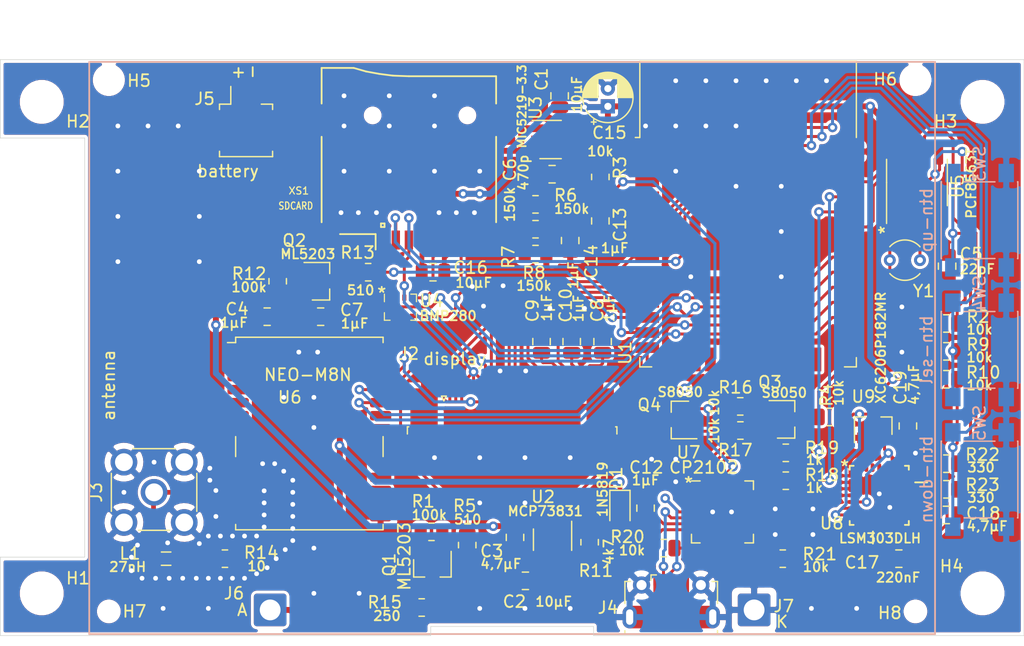
<source format=kicad_pcb>
(kicad_pcb (version 20171130) (host pcbnew "(5.1.9-0-10_14)")
  (layers (0 F.Cu signal) (31 B.Cu signal) (34 B.Paste user) (35 F.Paste user) (36 B.SilkS user) (37 F.SilkS user) (38 B.Mask user) (39 F.Mask user) (44 Edge.Cuts user))
  (net 0 "")
  (net 1 GND)
  (net 2 +3V3)
  (net 3 +BATT)
  (net 4 "Net-(C5-Pad1)")
  (net 5 /d-cs)
  (net 6 /d-rst)
  (net 7 /d-rs-dc)
  (net 8 /spi-mosi)
  (net 9 /spi-clk)
  (net 10 "Net-(Q1-Pad1)")
  (net 11 hwpwr)
  (net 12 "Net-(Q2-Pad1)")
  (net 13 /b-up)
  (net 14 hwen)
  (net 15 /batt-chk)
  (net 16 "Net-(R7-Pad2)")
  (net 17 /b-sel)
  (net 18 /b-down)
  (net 19 "Net-(R11-Pad1)")
  (net 20 i2c-scl)
  (net 21 i2c-sda)
  (net 22 "Net-(U1-Pad32)")
  (net 23 /spi-miso)
  (net 24 /bmp280-cs)
  (net 25 "Net-(U1-Pad26)")
  (net 26 "Net-(U1-Pad24)")
  (net 27 "Net-(U1-Pad23)")
  (net 28 "Net-(U1-Pad22)")
  (net 29 "Net-(U1-Pad21)")
  (net 30 "Net-(U1-Pad20)")
  (net 31 "Net-(U1-Pad19)")
  (net 32 "Net-(U1-Pad18)")
  (net 33 "Net-(U1-Pad17)")
  (net 34 "Net-(U1-Pad16)")
  (net 35 chg-ind)
  (net 36 "Net-(U5-Pad2)")
  (net 37 "Net-(U6-Pad19)")
  (net 38 "Net-(U6-Pad18)")
  (net 39 "Net-(U6-Pad17)")
  (net 40 "Net-(U6-Pad16)")
  (net 41 "Net-(U6-Pad15)")
  (net 42 "Net-(U6-Pad14)")
  (net 43 "Net-(U6-Pad8)")
  (net 44 "Net-(U6-Pad6)")
  (net 45 "Net-(U6-Pad5)")
  (net 46 "Net-(U6-Pad4)")
  (net 47 "Net-(U6-Pad3)")
  (net 48 "Net-(U6-Pad2)")
  (net 49 "Net-(U6-Pad1)")
  (net 50 /gps-rx)
  (net 51 /gps-tx)
  (net 52 /usb-5v)
  (net 53 "Net-(J4-Pad4)")
  (net 54 "Net-(C6-Pad1)")
  (net 55 "Net-(C8-Pad2)")
  (net 56 "Net-(C8-Pad1)")
  (net 57 "Net-(C9-Pad2)")
  (net 58 "Net-(C10-Pad2)")
  (net 59 "Net-(C10-Pad1)")
  (net 60 /usb-d+)
  (net 61 /usb-d-)
  (net 62 "Net-(J6-Pad1)")
  (net 63 "Net-(Q1-Pad3)")
  (net 64 /s-boot)
  (net 65 "Net-(Q3-Pad2)")
  (net 66 "Net-(Q3-Pad1)")
  (net 67 /s-en)
  (net 68 "Net-(Q4-Pad2)")
  (net 69 "Net-(Q4-Pad1)")
  (net 70 d-led)
  (net 71 /s-tx)
  (net 72 "Net-(R18-Pad1)")
  (net 73 /s-rx)
  (net 74 "Net-(R19-Pad1)")
  (net 75 "Net-(U7-Pad27)")
  (net 76 "Net-(U7-Pad23)")
  (net 77 "Net-(U7-Pad22)")
  (net 78 "Net-(U7-Pad21)")
  (net 79 "Net-(U7-Pad20)")
  (net 80 "Net-(U7-Pad19)")
  (net 81 "Net-(U7-Pad18)")
  (net 82 "Net-(U7-Pad17)")
  (net 83 "Net-(U7-Pad16)")
  (net 84 "Net-(U7-Pad15)")
  (net 85 "Net-(U7-Pad14)")
  (net 86 "Net-(U7-Pad13)")
  (net 87 "Net-(U7-Pad11)")
  (net 88 "Net-(U7-Pad10)")
  (net 89 "Net-(U7-Pad2)")
  (net 90 "Net-(U7-Pad1)")
  (net 91 "Net-(U5-Pad3)")
  (net 92 "Net-(R20-Pad2)")
  (net 93 "Net-(C12-Pad2)")
  (net 94 "Net-(R21-Pad1)")
  (net 95 "Net-(J3-Pad1)")
  (net 96 "Net-(L1-Pad1)")
  (net 97 "Net-(R14-Pad1)")
  (net 98 "Net-(C17-Pad2)")
  (net 99 "Net-(C17-Pad1)")
  (net 100 "Net-(C18-Pad1)")
  (net 101 +1V8)
  (net 102 "Net-(R22-Pad1)")
  (net 103 "Net-(R23-Pad2)")
  (net 104 /sdcard-cs)
  (net 105 "Net-(U5-Pad7)")
  (net 106 "Net-(U8-Pad27)")
  (net 107 "Net-(U8-Pad26)")
  (net 108 "Net-(U8-Pad18)")
  (net 109 "Net-(U8-Pad14)")
  (net 110 "Net-(U8-Pad13)")
  (net 111 "Net-(U8-Pad11)")
  (net 112 "Net-(U8-Pad10)")
  (net 113 "Net-(U8-Pad9)")
  (net 114 "Net-(U8-Pad8)")
  (net 115 "Net-(XS1-Pad1)")
  (net 116 "Net-(XS1-Pad8)")
  (net 117 "Net-(XS1-Pad9)")
  (module microsd:Conn_uSDcard (layer F.Cu) (at 84.201 42.291 180)
    (fp_text reference XS1 (at 9.271 -6.35 180) (layer F.SilkS) (effects (font (size 0.6 0.6) (thickness 0.1))))
    (fp_text value SDCARD (at 9.525 -7.62 180) (layer F.SilkS) (effects (font (size 0.6 0.5) (thickness 0.1))))
    (pad 3 smd rect (at 0 -10.5 180) (size 0.7 1.6) (layers F.Cu F.Paste F.Mask) (net 8 /spi-mosi))
    (pad "" np_thru_hole circle (at -4.93 0 180) (size 1 1) (drill 1) (layers *.Cu))
    (pad "" np_thru_hole circle (at 3.05 0 180) (size 1 1) (drill 1) (layers *.Cu))
    (pad 2 smd rect (at 1.1 -10.5 180) (size 0.7 1.6) (layers F.Cu F.Paste F.Mask) (net 104 /sdcard-cs))
    (pad 1 smd rect (at 2.2 -10.5 180) (size 0.7 1.6) (layers F.Cu F.Paste F.Mask) (net 115 "Net-(XS1-Pad1)"))
    (pad 4 smd rect (at -1.1 -10.5 180) (size 0.7 1.6) (layers F.Cu F.Paste F.Mask) (net 2 +3V3))
    (pad 5 smd rect (at -2.2 -10.5 180) (size 0.7 1.6) (layers F.Cu F.Paste F.Mask) (net 9 /spi-clk))
    (pad 6 smd rect (at -3.3 -10.5 180) (size 0.7 1.6) (layers F.Cu F.Paste F.Mask) (net 1 GND))
    (pad 8 smd rect (at -5.5 -10.5 180) (size 0.7 1.6) (layers F.Cu F.Paste F.Mask) (net 116 "Net-(XS1-Pad8)"))
    (pad 7 smd rect (at -4.4 -10.5 180) (size 0.7 1.6) (layers F.Cu F.Paste F.Mask) (net 23 /spi-miso))
    (pad 9 smd rect (at -6.6 -10.5 180) (size 0.7 1.6) (layers F.Cu F.Paste F.Mask) (net 117 "Net-(XS1-Pad9)"))
    (pad 6 smd rect (at -7.75 -10 180) (size 1.2 1.4) (layers F.Cu F.Paste F.Mask) (net 1 GND))
    (pad 6 smd rect (at 6.85 -10 180) (size 1.6 1.4) (layers F.Cu F.Paste F.Mask) (net 1 GND))
    (pad 6 smd rect (at -7.75 -0.4 180) (size 1.2 2.2) (layers F.Cu F.Paste F.Mask) (net 1 GND))
    (pad 6 smd rect (at 7.75 -0.4 180) (size 1.2 2.2) (layers F.Cu F.Paste F.Mask) (net 1 GND))
  )
  (module RF_Module:ESP32-WROOM-32 (layer F.Cu) (at 112.776 53.594)
    (fp_text reference U1 (at -10.3505 8.6995 90) (layer F.SilkS))
    (fp_text value ESP32-WROOM-32)
    (pad 38 smd rect (at 8.5 -8.255) (size 2 0.9) (layers F.Cu F.Paste F.Mask) (net 1 GND))
    (pad 37 smd rect (at 8.5 -6.985) (size 2 0.9) (layers F.Cu F.Paste F.Mask) (net 8 /spi-mosi))
    (pad 36 smd rect (at 8.5 -5.715) (size 2 0.9) (layers F.Cu F.Paste F.Mask) (net 20 i2c-scl))
    (pad 35 smd rect (at 8.5 -4.445) (size 2 0.9) (layers F.Cu F.Paste F.Mask) (net 71 /s-tx))
    (pad 34 smd rect (at 8.5 -3.175) (size 2 0.9) (layers F.Cu F.Paste F.Mask) (net 73 /s-rx))
    (pad 33 smd rect (at 8.5 -1.905) (size 2 0.9) (layers F.Cu F.Paste F.Mask) (net 21 i2c-sda))
    (pad 32 smd rect (at 8.5 -0.635) (size 2 0.9) (layers F.Cu F.Paste F.Mask) (net 22 "Net-(U1-Pad32)"))
    (pad 31 smd rect (at 8.5 0.635) (size 2 0.9) (layers F.Cu F.Paste F.Mask) (net 23 /spi-miso))
    (pad 30 smd rect (at 8.5 1.905) (size 2 0.9) (layers F.Cu F.Paste F.Mask) (net 9 /spi-clk))
    (pad 29 smd rect (at 8.5 3.175) (size 2 0.9) (layers F.Cu F.Paste F.Mask) (net 24 /bmp280-cs))
    (pad 28 smd rect (at 8.5 4.445) (size 2 0.9) (layers F.Cu F.Paste F.Mask) (net 50 /gps-rx))
    (pad 27 smd rect (at 8.5 5.715) (size 2 0.9) (layers F.Cu F.Paste F.Mask) (net 51 /gps-tx))
    (pad 26 smd rect (at 8.5 6.985) (size 2 0.9) (layers F.Cu F.Paste F.Mask) (net 25 "Net-(U1-Pad26)"))
    (pad 25 smd rect (at 8.5 8.255) (size 2 0.9) (layers F.Cu F.Paste F.Mask) (net 64 /s-boot))
    (pad 24 smd rect (at 5.715 9.255 90) (size 2 0.9) (layers F.Cu F.Paste F.Mask) (net 26 "Net-(U1-Pad24)"))
    (pad 23 smd rect (at 4.445 9.255 90) (size 2 0.9) (layers F.Cu F.Paste F.Mask) (net 27 "Net-(U1-Pad23)"))
    (pad 22 smd rect (at 3.175 9.255 90) (size 2 0.9) (layers F.Cu F.Paste F.Mask) (net 28 "Net-(U1-Pad22)"))
    (pad 21 smd rect (at 1.905 9.255 90) (size 2 0.9) (layers F.Cu F.Paste F.Mask) (net 29 "Net-(U1-Pad21)"))
    (pad 20 smd rect (at 0.635 9.255 90) (size 2 0.9) (layers F.Cu F.Paste F.Mask) (net 30 "Net-(U1-Pad20)"))
    (pad 19 smd rect (at -0.635 9.255 90) (size 2 0.9) (layers F.Cu F.Paste F.Mask) (net 31 "Net-(U1-Pad19)"))
    (pad 18 smd rect (at -1.905 9.255 90) (size 2 0.9) (layers F.Cu F.Paste F.Mask) (net 32 "Net-(U1-Pad18)"))
    (pad 17 smd rect (at -3.175 9.255 90) (size 2 0.9) (layers F.Cu F.Paste F.Mask) (net 33 "Net-(U1-Pad17)"))
    (pad 16 smd rect (at -4.445 9.255 90) (size 2 0.9) (layers F.Cu F.Paste F.Mask) (net 34 "Net-(U1-Pad16)"))
    (pad 15 smd rect (at -5.715 9.255 90) (size 2 0.9) (layers F.Cu F.Paste F.Mask) (net 1 GND))
    (pad 14 smd rect (at -8.5 8.255) (size 2 0.9) (layers F.Cu F.Paste F.Mask) (net 35 chg-ind))
    (pad 13 smd rect (at -8.5 6.985) (size 2 0.9) (layers F.Cu F.Paste F.Mask) (net 104 /sdcard-cs))
    (pad 12 smd rect (at -8.5 5.715) (size 2 0.9) (layers F.Cu F.Paste F.Mask) (net 14 hwen))
    (pad 11 smd rect (at -8.5 4.445) (size 2 0.9) (layers F.Cu F.Paste F.Mask) (net 5 /d-cs))
    (pad 10 smd rect (at -8.5 3.175) (size 2 0.9) (layers F.Cu F.Paste F.Mask) (net 7 /d-rs-dc))
    (pad 9 smd rect (at -8.5 1.905) (size 2 0.9) (layers F.Cu F.Paste F.Mask) (net 6 /d-rst))
    (pad 8 smd rect (at -8.5 0.635) (size 2 0.9) (layers F.Cu F.Paste F.Mask) (net 70 d-led))
    (pad 7 smd rect (at -8.5 -0.635) (size 2 0.9) (layers F.Cu F.Paste F.Mask) (net 18 /b-down))
    (pad 6 smd rect (at -8.5 -1.905) (size 2 0.9) (layers F.Cu F.Paste F.Mask) (net 17 /b-sel))
    (pad 5 smd rect (at -8.5 -3.175) (size 2 0.9) (layers F.Cu F.Paste F.Mask) (net 13 /b-up))
    (pad 4 smd rect (at -8.5 -4.445) (size 2 0.9) (layers F.Cu F.Paste F.Mask) (net 15 /batt-chk))
    (pad 3 smd rect (at -8.5 -5.715) (size 2 0.9) (layers F.Cu F.Paste F.Mask) (net 67 /s-en))
    (pad 2 smd rect (at -8.5 -6.985) (size 2 0.9) (layers F.Cu F.Paste F.Mask) (net 2 +3V3))
    (pad 1 smd rect (at -8.5 -8.255) (size 2 0.9) (layers F.Cu F.Paste F.Mask) (net 1 GND))
    (pad 39 smd rect (at -1 -0.755) (size 5 5) (layers F.Cu F.Paste F.Mask) (net 1 GND))
  )
  (module Package_TO_SOT_SMD:SOT-23 (layer F.Cu) (at 107.061 67.945 180)
    (fp_text reference Q4 (at 2.6035 1.27) (layer F.SilkS))
    (fp_text value S8050 (at 0 2.3495) (layer F.SilkS) (effects (font (size 0.8 0.8))))
    (pad 3 smd rect (at 1 0 180) (size 0.9 0.8) (layers F.Cu F.Paste F.Mask) (net 67 /s-en))
    (pad 2 smd rect (at -1 0.95 180) (size 0.9 0.8) (layers F.Cu F.Paste F.Mask) (net 68 "Net-(Q4-Pad2)"))
    (pad 1 smd rect (at -1 -0.95 180) (size 0.9 0.8) (layers F.Cu F.Paste F.Mask) (net 69 "Net-(Q4-Pad1)"))
  )
  (module Package_TO_SOT_SMD:SOT-23-5 (layer F.Cu) (at 96.139 44.323)
    (fp_text reference U3 (at -1.27 -2.667 270) (layer F.SilkS))
    (fp_text value MIC5219-3.3 (at -2.413 -2.794 270) (layer F.SilkS) (effects (font (size 0.7 0.7))))
    (pad 5 smd rect (at 1.1 -0.95) (size 1.06 0.65) (layers F.Cu F.Paste F.Mask) (net 2 +3V3))
    (pad 4 smd rect (at 1.1 0.95) (size 1.06 0.65) (layers F.Cu F.Paste F.Mask) (net 54 "Net-(C6-Pad1)"))
    (pad 3 smd rect (at -1.1 0.95) (size 1.06 0.65) (layers F.Cu F.Paste F.Mask) (net 3 +BATT))
    (pad 2 smd rect (at -1.1 0) (size 1.06 0.65) (layers F.Cu F.Paste F.Mask) (net 1 GND))
    (pad 1 smd rect (at -1.1 -0.95) (size 1.06 0.65) (layers F.Cu F.Paste F.Mask) (net 3 +BATT))
  )
  (module Crystal:Crystal_AT310_D3.0mm_L10.0mm_Vertical (layer F.Cu) (at 124.714 54.483)
    (fp_text reference Y1 (at 2.8575 2.6035 180) (layer F.SilkS))
    (fp_text value 32768 hide)
    (pad 2 thru_hole circle (at 2.54 0) (size 1 1) (drill 0.5) (layers *.Cu *.Mask) (net 36 "Net-(U5-Pad2)"))
    (pad 1 thru_hole circle (at 0 0) (size 1 1) (drill 0.5) (layers *.Cu *.Mask) (net 4 "Net-(C5-Pad1)"))
  )
  (module Package_SO:SOIC-8_3.9x4.9mm_P1.27mm (layer F.Cu) (at 127 47.9425 90)
    (fp_text reference U5 (at -0.3175 3.429 270) (layer F.SilkS))
    (fp_text value PCF8563T (at -0.0635 4.572 270) (layer F.SilkS) (effects (font (size 0.8 0.8))))
    (fp_text user * (at -4.0005 -2.667 90) (layer F.SilkS))
    (pad 8 smd roundrect (at 2.475 -1.905 90) (size 1.95 0.6) (layers F.Cu F.Paste F.Mask) (net 2 +3V3))
    (pad 7 smd roundrect (at 2.475 -0.635 90) (size 1.95 0.6) (layers F.Cu F.Paste F.Mask) (net 105 "Net-(U5-Pad7)"))
    (pad 6 smd roundrect (at 2.475 0.635 90) (size 1.95 0.6) (layers F.Cu F.Paste F.Mask) (net 20 i2c-scl))
    (pad 5 smd roundrect (at 2.475 1.905 90) (size 1.95 0.6) (layers F.Cu F.Paste F.Mask) (net 21 i2c-sda))
    (pad 4 smd roundrect (at -2.475 1.905 90) (size 1.95 0.6) (layers F.Cu F.Paste F.Mask) (net 1 GND))
    (pad 3 smd roundrect (at -2.475 0.635 90) (size 1.95 0.6) (layers F.Cu F.Paste F.Mask) (net 91 "Net-(U5-Pad3)"))
    (pad 2 smd roundrect (at -2.475 -0.635 90) (size 1.95 0.6) (layers F.Cu F.Paste F.Mask) (net 36 "Net-(U5-Pad2)"))
    (pad 1 smd roundrect (at -2.475 -1.905 90) (size 1.95 0.6) (layers F.Cu F.Paste F.Mask) (net 4 "Net-(C5-Pad1)"))
  )
  (module Capacitor_SMD:C_0805_2012Metric (layer F.Cu) (at 86.233 55.499)
    (fp_text reference C16 (at 3.175 -0.381) (layer F.SilkS))
    (fp_text value 10μF (at 3.429 0.889) (layer F.SilkS) (effects (font (size 0.8 0.8))))
    (pad 2 smd roundrect (at 0.95 0) (size 1 1.45) (layers F.Cu F.Paste F.Mask) (net 1 GND))
    (pad 1 smd roundrect (at -0.95 0) (size 1 1.45) (layers F.Cu F.Paste F.Mask) (net 2 +3V3))
  )
  (module Capacitor_SMD:C_0805_2012Metric (layer F.Cu) (at 129.54 54.991 90)
    (fp_text reference C5 (at 1.016 2.032 180) (layer F.SilkS))
    (fp_text value 22pF (at -0.254 2.54 180) (layer F.SilkS) (effects (font (size 0.8 0.8))))
    (pad 2 smd roundrect (at 0.95 0 90) (size 1 1.45) (layers F.Cu F.Paste F.Mask) (net 1 GND))
    (pad 1 smd roundrect (at -0.95 0 90) (size 1 1.45) (layers F.Cu F.Paste F.Mask) (net 4 "Net-(C5-Pad1)"))
  )
  (module Button_Switch_SMD:SW_Push_1P1T_NO_6x6mm_H9.5mm (layer B.Cu) (at 132.2705 62.0395 90)
    (fp_text reference SW4 (at 4.7625 0 90) (layer B.SilkS) (effects (justify mirror)))
    (fp_text value btn-sel (at 0 -4.4675 90) (layer B.SilkS) (effects (justify mirror)))
    (pad 2 smd rect (at 3.975 -2.25 90) (size 1.55 1.3) (layers B.Cu B.Paste B.Mask) (net 17 /b-sel))
    (pad 1 smd rect (at 3.975 2.25 90) (size 1.55 1.3) (layers B.Cu B.Paste B.Mask) (net 1 GND))
    (pad 1 smd rect (at -3.975 2.25 90) (size 1.55 1.3) (layers B.Cu B.Paste B.Mask) (net 1 GND))
    (pad 2 smd rect (at -3.975 -2.25 90) (size 1.55 1.3) (layers B.Cu B.Paste B.Mask) (net 17 /b-sel))
  )
  (module Capacitor_SMD:C_0805_2012Metric (layer F.Cu) (at 76.7715 59.2455 180)
    (fp_text reference C7 (at -2.6035 0.5715) (layer F.SilkS))
    (fp_text value 1μF (at -2.8575 -0.5715) (layer F.SilkS) (effects (font (size 0.8 0.8))))
    (pad 2 smd roundrect (at 0.95 0 180) (size 1 1.45) (layers F.Cu F.Paste F.Mask) (net 1 GND))
    (pad 1 smd roundrect (at -0.95 0 180) (size 1 1.45) (layers F.Cu F.Paste F.Mask) (net 11 hwpwr))
  )
  (module Resistor_SMD:R_0805_2012Metric (layer F.Cu) (at 80.772 55.499 180)
    (fp_text reference R13 (at 0.889 1.651 180) (layer F.SilkS))
    (fp_text value 510 (at 0.635 -1.524) (layer F.SilkS) (effects (font (size 0.8 0.8))))
    (pad 2 smd roundrect (at 0.9125 0 180) (size 1.025 1.4) (layers F.Cu F.Paste F.Mask) (roundrect_rratio 0.2439014634146341) (net 12 "Net-(Q2-Pad1)"))
    (pad 1 smd roundrect (at -0.9125 0 180) (size 1.025 1.4) (layers F.Cu F.Paste F.Mask) (roundrect_rratio 0.2439014634146341) (net 14 hwen))
  )
  (module Resistor_SMD:R_0805_2012Metric (layer F.Cu) (at 73.152 56.261 90)
    (fp_text reference R12 (at 0.635 -2.413 180) (layer F.SilkS))
    (fp_text value 100k (at -0.508 -2.413) (layer F.SilkS) (effects (font (size 0.8 0.8))))
    (pad 2 smd roundrect (at 0.9125 0 90) (size 1.025 1.4) (layers F.Cu F.Paste F.Mask) (roundrect_rratio 0.2439014634146341) (net 12 "Net-(Q2-Pad1)"))
    (pad 1 smd roundrect (at -0.9125 0 90) (size 1.025 1.4) (layers F.Cu F.Paste F.Mask) (roundrect_rratio 0.2439014634146341) (net 2 +3V3))
  )
  (module Package_TO_SOT_SMD:SOT-23 (layer F.Cu) (at 76.7715 56.261)
    (fp_text reference Q2 (at -2.2225 -3.429) (layer F.SilkS))
    (fp_text value ML5203 (at -1.0795 -2.286) (layer F.SilkS) (effects (font (size 0.8 0.8))))
    (pad 3 smd rect (at 1 0) (size 0.9 0.8) (layers F.Cu F.Paste F.Mask) (net 11 hwpwr))
    (pad 2 smd rect (at -1 0.95) (size 0.9 0.8) (layers F.Cu F.Paste F.Mask) (net 2 +3V3))
    (pad 1 smd rect (at -1 -0.95) (size 0.9 0.8) (layers F.Cu F.Paste F.Mask) (net 12 "Net-(Q2-Pad1)"))
  )
  (module Capacitor_SMD:C_0805_2012Metric (layer F.Cu) (at 72.263 59.2455 180)
    (fp_text reference C4 (at 2.54 0.635) (layer F.SilkS))
    (fp_text value 1μF (at 2.794 -0.508) (layer F.SilkS) (effects (font (size 0.8 0.8))))
    (pad 2 smd roundrect (at 0.95 0 180) (size 1 1.45) (layers F.Cu F.Paste F.Mask) (net 1 GND))
    (pad 1 smd roundrect (at -0.95 0 180) (size 1 1.45) (layers F.Cu F.Paste F.Mask) (net 2 +3V3))
  )
  (module Package_TO_SOT_SMD:SOT-23 (layer F.Cu) (at 123.317 68.453 90)
    (fp_text reference U9 (at 2.4765 -0.8255 180) (layer F.SilkS))
    (fp_text value XC6206P182MR (at 6.604 0.635 90) (layer F.SilkS) (effects (font (size 0.8 0.8))))
    (pad 3 smd rect (at 1 0 90) (size 0.9 0.8) (layers F.Cu F.Paste F.Mask) (net 2 +3V3))
    (pad 2 smd rect (at -1 0.95 90) (size 0.9 0.8) (layers F.Cu F.Paste F.Mask) (net 101 +1V8))
    (pad 1 smd rect (at -1 -0.95 90) (size 0.9 0.8) (layers F.Cu F.Paste F.Mask) (net 1 GND))
  )
  (module lsm303dlh:LGA28R55P7X7_500X500X100 (layer F.Cu) (at 123.825 74.295)
    (fp_text reference U8 (at -4.0005 2.3495) (layer F.SilkS))
    (fp_text value LSM303DLH (at 0.0635 3.6195) (layer F.SilkS) (effects (font (size 0.8 0.8))))
    (fp_text user * (at -2.921 -2.413) (layer F.SilkS))
    (pad 28 smd oval (at -1.651 -2.3368) (size 0.3302 0.7366) (layers F.Cu F.Paste F.Mask) (net 1 GND))
    (pad 27 smd oval (at -1.0922 -2.3368) (size 0.3302 0.7366) (layers F.Cu F.Paste F.Mask) (net 106 "Net-(U8-Pad27)"))
    (pad 26 smd oval (at -0.5588 -2.3368) (size 0.3302 0.7366) (layers F.Cu F.Paste F.Mask) (net 107 "Net-(U8-Pad26)"))
    (pad 25 smd oval (at 0 -2.3368) (size 0.3302 0.7366) (layers F.Cu F.Paste F.Mask) (net 103 "Net-(R23-Pad2)"))
    (pad 24 smd oval (at 0.5588 -2.3368) (size 0.3302 0.7366) (layers F.Cu F.Paste F.Mask) (net 102 "Net-(R22-Pad1)"))
    (pad 23 smd oval (at 1.0922 -2.3368) (size 0.3302 0.7366) (layers F.Cu F.Paste F.Mask) (net 101 +1V8))
    (pad 22 smd oval (at 1.651 -2.3368) (size 0.3302 0.7366) (layers F.Cu F.Paste F.Mask) (net 101 +1V8))
    (pad 21 smd oval (at 2.3368 -1.651 90) (size 0.3302 0.7366) (layers F.Cu F.Paste F.Mask) (net 101 +1V8))
    (pad 20 smd oval (at 2.3368 -1.0922 90) (size 0.3302 0.7366) (layers F.Cu F.Paste F.Mask) (net 102 "Net-(R22-Pad1)"))
    (pad 19 smd oval (at 2.3368 -0.5588 90) (size 0.3302 0.7366) (layers F.Cu F.Paste F.Mask) (net 103 "Net-(R23-Pad2)"))
    (pad 18 smd oval (at 2.3368 0 90) (size 0.3302 0.7366) (layers F.Cu F.Paste F.Mask) (net 108 "Net-(U8-Pad18)"))
    (pad 17 smd oval (at 2.3368 0.5588 90) (size 0.3302 0.7366) (layers F.Cu F.Paste F.Mask) (net 1 GND))
    (pad 16 smd oval (at 2.3368 1.0922 90) (size 0.3302 0.7366) (layers F.Cu F.Paste F.Mask) (net 99 "Net-(C17-Pad1)"))
    (pad 15 smd oval (at 2.3368 1.651 90) (size 0.3302 0.7366) (layers F.Cu F.Paste F.Mask) (net 100 "Net-(C18-Pad1)"))
    (pad 14 smd oval (at 1.651 2.3368) (size 0.3302 0.7366) (layers F.Cu F.Paste F.Mask) (net 109 "Net-(U8-Pad14)"))
    (pad 13 smd oval (at 1.0922 2.3368) (size 0.3302 0.7366) (layers F.Cu F.Paste F.Mask) (net 110 "Net-(U8-Pad13)"))
    (pad 12 smd oval (at 0.5588 2.3368) (size 0.3302 0.7366) (layers F.Cu F.Paste F.Mask) (net 98 "Net-(C17-Pad2)"))
    (pad 11 smd oval (at 0 2.3368) (size 0.3302 0.7366) (layers F.Cu F.Paste F.Mask) (net 111 "Net-(U8-Pad11)"))
    (pad 10 smd oval (at -0.5588 2.3368) (size 0.3302 0.7366) (layers F.Cu F.Paste F.Mask) (net 112 "Net-(U8-Pad10)"))
    (pad 9 smd oval (at -1.0922 2.3368) (size 0.3302 0.7366) (layers F.Cu F.Paste F.Mask) (net 113 "Net-(U8-Pad9)"))
    (pad 8 smd oval (at -1.651 2.3368) (size 0.3302 0.7366) (layers F.Cu F.Paste F.Mask) (net 114 "Net-(U8-Pad8)"))
    (pad 7 smd oval (at -2.3368 1.651 90) (size 0.3302 0.7366) (layers F.Cu F.Paste F.Mask) (net 2 +3V3))
    (pad 6 smd oval (at -2.3368 1.0922 90) (size 0.3302 0.7366) (layers F.Cu F.Paste F.Mask) (net 2 +3V3))
    (pad 5 smd oval (at -2.3368 0.5588 90) (size 0.3302 0.7366) (layers F.Cu F.Paste F.Mask) (net 101 +1V8))
    (pad 4 smd oval (at -2.3368 0 90) (size 0.3302 0.7366) (layers F.Cu F.Paste F.Mask) (net 1 GND))
    (pad 3 smd oval (at -2.3368 -0.5588 90) (size 0.3302 0.7366) (layers F.Cu F.Paste F.Mask) (net 1 GND))
    (pad 2 smd oval (at -2.3368 -1.0922 90) (size 0.3302 0.7366) (layers F.Cu F.Paste F.Mask) (net 1 GND))
    (pad 1 smd oval (at -2.3368 -1.651 90) (size 0.3302 0.7366) (layers F.Cu F.Paste F.Mask) (net 1 GND))
  )
  (module Resistor_SMD:R_0805_2012Metric (layer F.Cu) (at 129.4765 73.787 180)
    (fp_text reference R23 (at -3.048 0.381) (layer F.SilkS))
    (fp_text value 330 (at -2.921 -0.6985) (layer F.SilkS) (effects (font (size 0.8 0.8))))
    (pad 2 smd roundrect (at 0.9125 0 180) (size 1.025 1.4) (layers F.Cu F.Paste F.Mask) (roundrect_rratio 0.243902) (net 103 "Net-(R23-Pad2)"))
    (pad 1 smd roundrect (at -0.9125 0 180) (size 1.025 1.4) (layers F.Cu F.Paste F.Mask) (roundrect_rratio 0.243902) (net 21 i2c-sda))
  )
  (module Resistor_SMD:R_0805_2012Metric (layer F.Cu) (at 129.4765 71.628)
    (fp_text reference R22 (at 3.048 -0.762) (layer F.SilkS))
    (fp_text value 330 (at 2.921 0.3175) (layer F.SilkS) (effects (font (size 0.8 0.8))))
    (pad 2 smd roundrect (at 0.9125 0) (size 1.025 1.4) (layers F.Cu F.Paste F.Mask) (roundrect_rratio 0.243902) (net 20 i2c-scl))
    (pad 1 smd roundrect (at -0.9125 0) (size 1.025 1.4) (layers F.Cu F.Paste F.Mask) (roundrect_rratio 0.243902) (net 102 "Net-(R22-Pad1)"))
  )
  (module Diode_SMD:D_SOD-323 (layer F.Cu) (at 101.981 75.3745 270)
    (fp_text reference D1 (at -2.54 0.3175 90) (layer F.SilkS))
    (fp_text value 1N5819 (at -1.5875 1.4605 90) (layer F.SilkS) (effects (font (size 0.8 0.8))))
    (pad 2 smd rect (at 1.05 0 270) (size 0.6 0.45) (layers F.Cu F.Paste F.Mask) (net 93 "Net-(C12-Pad2)"))
    (pad 1 smd rect (at -1.05 0 270) (size 0.6 0.45) (layers F.Cu F.Paste F.Mask) (net 2 +3V3))
  )
  (module Capacitor_SMD:C_0805_2012Metric (layer F.Cu) (at 126.238 68.453 90)
    (fp_text reference C19 (at 3.2385 -0.635 90) (layer F.SilkS))
    (fp_text value 4,7μF (at 3.4925 0.508 90) (layer F.SilkS) (effects (font (size 0.8 0.8))))
    (pad 2 smd roundrect (at 0.95 0 90) (size 1 1.45) (layers F.Cu F.Paste F.Mask) (net 1 GND))
    (pad 1 smd roundrect (at -0.95 0 90) (size 1 1.45) (layers F.Cu F.Paste F.Mask) (net 101 +1V8))
  )
  (module Capacitor_SMD:C_0805_2012Metric (layer F.Cu) (at 129.4765 75.946)
    (fp_text reference C18 (at 3.1115 -0.127) (layer F.SilkS))
    (fp_text value 4,7μF (at 3.429 0.9525) (layer F.SilkS) (effects (font (size 0.8 0.8))))
    (pad 2 smd roundrect (at 0.95 0) (size 1 1.45) (layers F.Cu F.Paste F.Mask) (net 1 GND))
    (pad 1 smd roundrect (at -0.95 0) (size 1 1.45) (layers F.Cu F.Paste F.Mask) (net 100 "Net-(C18-Pad1)"))
  )
  (module Capacitor_SMD:C_0805_2012Metric (layer F.Cu) (at 125.476 79.629 180)
    (fp_text reference C17 (at 3.1115 -0.3175) (layer F.SilkS))
    (fp_text value 220nF (at 0.0635 -1.5875) (layer F.SilkS) (effects (font (size 0.8 0.8))))
    (pad 2 smd roundrect (at 0.95 0 180) (size 1 1.45) (layers F.Cu F.Paste F.Mask) (net 98 "Net-(C17-Pad2)"))
    (pad 1 smd roundrect (at -0.95 0 180) (size 1 1.45) (layers F.Cu F.Paste F.Mask) (net 99 "Net-(C17-Pad1)"))
  )
  (module Resistor_SMD:R_0805_2012Metric (layer F.Cu) (at 68.707 79.629 180)
    (fp_text reference R14 (at -3.048 0.508) (layer F.SilkS))
    (fp_text value 10 (at -2.667 -0.635) (layer F.SilkS) (effects (font (size 0.8 0.8))))
    (pad 2 smd roundrect (at 0.9125 0 180) (size 1.025 1.4) (layers F.Cu F.Paste F.Mask) (roundrect_rratio 0.243902) (net 96 "Net-(L1-Pad1)"))
    (pad 1 smd roundrect (at -0.9125 0 180) (size 1.025 1.4) (layers F.Cu F.Paste F.Mask) (roundrect_rratio 0.243902) (net 97 "Net-(R14-Pad1)"))
  )
  (module Connector_Coaxial:SMA_Molex_73251-2200_Horizontal (layer F.Cu) (at 62.738 74.041)
    (fp_text reference J3 (at -4.9 0 90) (layer F.SilkS))
    (fp_text value antenna (at -3.81 -9.017 90) (layer F.SilkS))
    (pad 2 thru_hole circle (at -2.54 2.54) (size 2.25 2.25) (drill 1.5) (layers *.Cu *.Mask) (net 1 GND))
    (pad 2 thru_hole circle (at -2.54 -2.54) (size 2.25 2.25) (drill 1.5) (layers *.Cu *.Mask) (net 1 GND))
    (pad 2 thru_hole circle (at 2.54 -2.54) (size 2.25 2.25) (drill 1.5) (layers *.Cu *.Mask) (net 1 GND))
    (pad 2 thru_hole circle (at 2.54 2.54 90) (size 2.25 2.25) (drill 1.5) (layers *.Cu *.Mask) (net 1 GND))
    (pad 1 thru_hole circle (at 0 0) (size 2.25 2.25) (drill 1.5) (layers *.Cu *.Mask) (net 95 "Net-(J3-Pad1)"))
  )
  (module RF_GPS:ublox_NEO (layer F.Cu) (at 75.819 69.088)
    (fp_text reference U6 (at -1.651 -3.048) (layer F.SilkS))
    (fp_text value NEO-M8N (at -0.127 -4.953) (layer F.SilkS))
    (pad 24 smd roundrect (at 6 -7) (size 1.8 0.8) (layers F.Cu F.Paste F.Mask) (net 1 GND))
    (pad 23 smd roundrect (at 6 -5.9) (size 1.8 0.8) (layers F.Cu F.Paste F.Mask) (net 11 hwpwr))
    (pad 22 smd roundrect (at 6 -4.8) (size 1.8 0.8) (layers F.Cu F.Paste F.Mask) (net 2 +3V3))
    (pad 21 smd roundrect (at 6 -3.7) (size 1.8 0.8) (layers F.Cu F.Paste F.Mask) (net 50 /gps-rx))
    (pad 20 smd roundrect (at 6 -2.6) (size 1.8 0.8) (layers F.Cu F.Paste F.Mask) (net 51 /gps-tx))
    (pad 19 smd roundrect (at 6 -1.5) (size 1.8 0.8) (layers F.Cu F.Paste F.Mask) (net 37 "Net-(U6-Pad19)"))
    (pad 18 smd roundrect (at 6 -0.4) (size 1.8 0.8) (layers F.Cu F.Paste F.Mask) (net 38 "Net-(U6-Pad18)"))
    (pad 17 smd roundrect (at 6 2.6) (size 1.8 0.8) (layers F.Cu F.Paste F.Mask) (net 39 "Net-(U6-Pad17)"))
    (pad 16 smd roundrect (at 6 3.7) (size 1.8 0.8) (layers F.Cu F.Paste F.Mask) (net 40 "Net-(U6-Pad16)"))
    (pad 15 smd roundrect (at 6 4.8) (size 1.8 0.8) (layers F.Cu F.Paste F.Mask) (net 41 "Net-(U6-Pad15)"))
    (pad 14 smd roundrect (at 6 5.9) (size 1.8 0.8) (layers F.Cu F.Paste F.Mask) (net 42 "Net-(U6-Pad14)"))
    (pad 13 smd roundrect (at 6 7) (size 1.8 0.8) (layers F.Cu F.Paste F.Mask) (net 1 GND))
    (pad 12 smd roundrect (at -6 7) (size 1.8 0.8) (layers F.Cu F.Paste F.Mask) (net 1 GND))
    (pad 11 smd roundrect (at -6 5.9) (size 1.8 0.8) (layers F.Cu F.Paste F.Mask) (net 95 "Net-(J3-Pad1)"))
    (pad 10 smd roundrect (at -6 4.8) (size 1.8 0.8) (layers F.Cu F.Paste F.Mask) (net 1 GND))
    (pad 9 smd roundrect (at -6 3.7) (size 1.8 0.8) (layers F.Cu F.Paste F.Mask) (net 97 "Net-(R14-Pad1)"))
    (pad 8 smd roundrect (at -6 2.6) (size 1.8 0.8) (layers F.Cu F.Paste F.Mask) (net 43 "Net-(U6-Pad8)"))
    (pad 7 smd roundrect (at -6 -0.4) (size 1.8 0.8) (layers F.Cu F.Paste F.Mask) (net 1 GND))
    (pad 6 smd roundrect (at -6 -1.5) (size 1.8 0.8) (layers F.Cu F.Paste F.Mask) (net 44 "Net-(U6-Pad6)"))
    (pad 5 smd roundrect (at -6 -2.6) (size 1.8 0.8) (layers F.Cu F.Paste F.Mask) (net 45 "Net-(U6-Pad5)"))
    (pad 4 smd roundrect (at -6 -3.7) (size 1.8 0.8) (layers F.Cu F.Paste F.Mask) (net 46 "Net-(U6-Pad4)"))
    (pad 3 smd roundrect (at -6 -4.8) (size 1.8 0.8) (layers F.Cu F.Paste F.Mask) (net 47 "Net-(U6-Pad3)"))
    (pad 2 smd roundrect (at -6 -5.9) (size 1.8 0.8) (layers F.Cu F.Paste F.Mask) (net 48 "Net-(U6-Pad2)"))
    (pad 1 smd roundrect (at -6 -7) (size 1.8 0.8) (layers F.Cu F.Paste F.Mask) (net 49 "Net-(U6-Pad1)"))
  )
  (module Inductor_SMD:L_0805_2012Metric (layer F.Cu) (at 63.754 79.629 180)
    (fp_text reference L1 (at 3.048 0.4445) (layer F.SilkS))
    (fp_text value 27nH (at 3.2385 -0.6985) (layer F.SilkS) (effects (font (size 0.8 0.8))))
    (pad 2 smd roundrect (at 1.0625 0 180) (size 0.875 1.2) (layers F.Cu F.Paste F.Mask) (net 95 "Net-(J3-Pad1)"))
    (pad 1 smd roundrect (at -1.0625 0 180) (size 0.875 1.2) (layers F.Cu F.Paste F.Mask) (net 96 "Net-(L1-Pad1)"))
  )
  (module Connector_Molex:Molex_PicoBlade_53261-0271_1x02-1MP_P1.25mm_Horizontal (layer F.Cu) (at 70.485 43.053)
    (fp_text reference J5 (at -3.4925 -2.159) (layer F.SilkS))
    (fp_text value battery (at -1.524 3.937) (layer F.SilkS))
    (pad MP smd roundrect (at 3.175 0.5) (size 2.1 3) (layers F.Cu F.Paste F.Mask) (roundrect_rratio 0.119047619047619) (net 1 GND))
    (pad MP smd roundrect (at -3.175 0.5) (size 2.1 3) (layers F.Cu F.Paste F.Mask) (roundrect_rratio 0.119047619047619) (net 1 GND))
    (pad 2 smd roundrect (at 0.625 -2.4) (size 0.8 1.6) (layers F.Cu F.Paste F.Mask) (net 1 GND))
    (pad 1 smd roundrect (at -0.625 -2.4) (size 0.8 1.6) (layers F.Cu F.Paste F.Mask) (net 3 +BATT))
  )
  (module Capacitor_SMD:C_0805_2012Metric (layer F.Cu) (at 104.14 75.3745 270)
    (fp_text reference C12 (at -3.429 -0.0635 180) (layer F.SilkS))
    (fp_text value 1μF (at -2.3495 0 180) (layer F.SilkS) (effects (font (size 0.8 0.8))))
    (pad 2 smd roundrect (at 0.95 0 270) (size 1 1.45) (layers F.Cu F.Paste F.Mask) (net 93 "Net-(C12-Pad2)"))
    (pad 1 smd roundrect (at -0.95 0 270) (size 1 1.45) (layers F.Cu F.Paste F.Mask) (net 1 GND))
  )
  (module Resistor_SMD:R_0805_2012Metric (layer F.Cu) (at 112.1156 66.802 180)
    (fp_text reference R16 (at 0.3937 1.6002 180) (layer F.SilkS))
    (fp_text value 10k (at 2.1971 0.3175 270) (layer F.SilkS) (effects (font (size 0.8 0.8))))
    (pad 2 smd roundrect (at 0.9125 0 180) (size 1.025 1.4) (layers F.Cu F.Paste F.Mask) (roundrect_rratio 0.243902) (net 68 "Net-(Q4-Pad2)"))
    (pad 1 smd roundrect (at -0.9125 0 180) (size 1.025 1.4) (layers F.Cu F.Paste F.Mask) (roundrect_rratio 0.243902) (net 66 "Net-(Q3-Pad1)"))
  )
  (module Resistor_SMD:R_0805_2012Metric (layer F.Cu) (at 112.1283 68.834 180)
    (fp_text reference R17 (at 0.4318 -1.651 180) (layer F.SilkS))
    (fp_text value 10k (at 2.2098 -0.0127 270) (layer F.SilkS) (effects (font (size 0.8 0.8))))
    (pad 2 smd roundrect (at 0.9125 0 180) (size 1.025 1.4) (layers F.Cu F.Paste F.Mask) (roundrect_rratio 0.243902) (net 69 "Net-(Q4-Pad1)"))
    (pad 1 smd roundrect (at -0.9125 0 180) (size 1.025 1.4) (layers F.Cu F.Paste F.Mask) (roundrect_rratio 0.243902) (net 65 "Net-(Q3-Pad2)"))
  )
  (module Capacitor_THT:CP_Radial_D4.0mm_P1.50mm (layer F.Cu) (at 100.965 41.529 90)
    (fp_text reference C15 (at -2.2225 0.127 180) (layer F.SilkS))
    (fp_text value CP hide)
    (pad 2 thru_hole circle (at 1.5 0 90) (size 1.2 1.2) (drill 0.6) (layers *.Cu *.Mask) (net 1 GND))
    (pad 1 thru_hole rect (at 0 0 90) (size 1.2 1.2) (drill 0.6) (layers *.Cu *.Mask) (net 2 +3V3))
  )
  (module Capacitor_SMD:C_0805_2012Metric (layer F.Cu) (at 97.79 52.832 270)
    (fp_text reference C14 (at 1.778 -1.778 90) (layer F.SilkS))
    (fp_text value 1μF (at 2.921 -0.254 90) (layer F.SilkS) (effects (font (size 0.8 0.8))))
    (pad 2 smd roundrect (at 0.95 0 270) (size 1 1.45) (layers F.Cu F.Paste F.Mask) (net 1 GND))
    (pad 1 smd roundrect (at -0.95 0 270) (size 1 1.45) (layers F.Cu F.Paste F.Mask) (net 15 /batt-chk))
  )
  (module Resistor_SMD:R_0805_2012Metric (layer F.Cu) (at 115.697 79.629)
    (fp_text reference R21 (at 3.1115 -0.381) (layer F.SilkS))
    (fp_text value 10k (at 2.794 0.6985) (layer F.SilkS) (effects (font (size 0.8 0.8))))
    (pad 2 smd roundrect (at 0.9125 0) (size 1.025 1.4) (layers F.Cu F.Paste F.Mask) (roundrect_rratio 0.243902) (net 1 GND))
    (pad 1 smd roundrect (at -0.9125 0) (size 1.025 1.4) (layers F.Cu F.Paste F.Mask) (roundrect_rratio 0.243902) (net 94 "Net-(R21-Pad1)"))
  )
  (module Capacitor_SMD:C_0805_2012Metric (layer F.Cu) (at 100.33 51.181 270)
    (fp_text reference C13 (at 0.3175 -1.651 90) (layer F.SilkS))
    (fp_text value 1μF (at 2.286 -1.2065 180) (layer F.SilkS) (effects (font (size 0.8 0.8))))
    (pad 2 smd roundrect (at 0.95 0 270) (size 1 1.45) (layers F.Cu F.Paste F.Mask) (net 1 GND))
    (pad 1 smd roundrect (at -0.95 0 270) (size 1 1.45) (layers F.Cu F.Paste F.Mask) (net 67 /s-en))
  )
  (module Resistor_SMD:R_0805_2012Metric (layer F.Cu) (at 115.951 70.7136)
    (fp_text reference R19 (at 3.048 -0.4191 180) (layer F.SilkS))
    (fp_text value 1k (at 2.413 0.5969 180) (layer F.SilkS) (effects (font (size 0.8 0.8))))
    (pad 2 smd roundrect (at 0.9125 0) (size 1.025 1.4) (layers F.Cu F.Paste F.Mask) (roundrect_rratio 0.243902) (net 73 /s-rx))
    (pad 1 smd roundrect (at -0.9125 0) (size 1.025 1.4) (layers F.Cu F.Paste F.Mask) (roundrect_rratio 0.243902) (net 74 "Net-(R19-Pad1)"))
  )
  (module Resistor_SMD:R_0805_2012Metric (layer F.Cu) (at 115.951 73.0631)
    (fp_text reference R18 (at 3.048 -0.4826) (layer F.SilkS))
    (fp_text value 1k (at 2.413 0.5969) (layer F.SilkS) (effects (font (size 0.8 0.8))))
    (pad 2 smd roundrect (at 0.9125 0) (size 1.025 1.4) (layers F.Cu F.Paste F.Mask) (roundrect_rratio 0.243902) (net 71 /s-tx))
    (pad 1 smd roundrect (at -0.9125 0) (size 1.025 1.4) (layers F.Cu F.Paste F.Mask) (roundrect_rratio 0.243902) (net 72 "Net-(R18-Pad1)"))
  )
  (module Connector_Wire:SolderWire-1sqmm_1x01_D1.4mm_OD2.7mm (layer F.Cu) (at 113.284 83.947)
    (fp_text reference J7 (at 2.5019 -0.3175) (layer F.SilkS))
    (fp_text value K (at 2.3495 1.0033) (layer F.SilkS))
    (pad 1 thru_hole roundrect (at 0 0) (size 2.75 2.75) (drill 1.75) (layers *.Cu *.Mask) (roundrect_rratio 0.090909) (net 1 GND))
  )
  (module Resistor_SMD:R_0805_2012Metric (layer F.Cu) (at 105.664 78.74)
    (fp_text reference R20 (at -3.048 -0.9525) (layer F.SilkS))
    (fp_text value 10k (at -2.667 0.1905) (layer F.SilkS) (effects (font (size 0.8 0.8))))
    (pad 2 smd roundrect (at 0.9125 0) (size 1.025 1.4) (layers F.Cu F.Paste F.Mask) (roundrect_rratio 0.243902) (net 92 "Net-(R20-Pad2)"))
    (pad 1 smd roundrect (at -0.9125 0) (size 1.025 1.4) (layers F.Cu F.Paste F.Mask) (roundrect_rratio 0.243902) (net 52 /usb-5v))
  )
  (module Connector_Wire:SolderWire-1sqmm_1x01_D1.4mm_OD2.7mm (layer F.Cu) (at 72.517 83.947)
    (fp_text reference J6 (at -3.048 -1.397) (layer F.SilkS))
    (fp_text value A (at -2.3495 0) (layer F.SilkS))
    (pad 1 thru_hole roundrect (at 0 0) (size 2.75 2.75) (drill 1.75) (layers *.Cu *.Mask) (roundrect_rratio 0.090909) (net 62 "Net-(J6-Pad1)"))
  )
  (module MountingHole:MountingHole_2.2mm_M2 (layer F.Cu) (at 126.873 39.3065)
    (fp_text reference H6 (at -2.54 -0.0635) (layer F.SilkS))
    (fp_text value MountingHole hide)
    (pad 1 np_thru_hole circle (at 0 0) (size 2.2 2.2) (drill 2.2) (layers *.Cu *.Mask))
  )
  (module MountingHole:MountingHole_2.2mm_M2 (layer F.Cu) (at 58.928 39.3065)
    (fp_text reference H5 (at 2.54 0.0635) (layer F.SilkS))
    (fp_text value MountingHole hide)
    (pad 1 np_thru_hole circle (at 0 0) (size 2.2 2.2) (drill 2.2) (layers *.Cu *.Mask))
  )
  (module MHole:MountingHole_1.5 (layer F.Cu) (at 126.873 84.074)
    (fp_text reference H8 (at -2.159 0.127) (layer F.SilkS))
    (fp_text value MountingHole hide)
    (pad "" np_thru_hole circle (at 0 0) (size 1.5 1.5) (drill 1.5) (layers *.Cu *.Mask))
  )
  (module MHole:MountingHole_1.5 (layer F.Cu) (at 58.928 84.074)
    (fp_text reference H7 (at 2.159 0) (layer F.SilkS))
    (fp_text value MountingHole hide)
    (pad "" np_thru_hole circle (at 0 0) (size 1.5 1.5) (drill 1.5) (layers *.Cu *.Mask))
  )
  (module Package_DFN_QFN:QFN-28-1EP_5x5mm_P0.5mm_EP3.35x3.35mm (layer F.Cu) (at 110.617 75.692)
    (fp_text reference U7 (at -2.8575 -5.0165) (layer F.SilkS))
    (fp_text value CP2102 (at -1.5875 -3.7465) (layer F.SilkS))
    (fp_text user * (at -2.8575 -2.413) (layer F.SilkS))
    (pad 29 smd rect (at 0 0) (size 3.35 3.35) (layers F.Cu F.Mask) (net 1 GND))
    (pad 28 smd roundrect (at -1.5 -2.45) (size 0.25 0.8) (layers F.Cu F.Paste F.Mask) (net 65 "Net-(Q3-Pad2)"))
    (pad 27 smd roundrect (at -1 -2.45) (size 0.25 0.8) (layers F.Cu F.Paste F.Mask) (net 75 "Net-(U7-Pad27)"))
    (pad 26 smd roundrect (at -0.5 -2.45) (size 0.25 0.8) (layers F.Cu F.Paste F.Mask) (net 74 "Net-(R19-Pad1)"))
    (pad 25 smd roundrect (at 0 -2.45) (size 0.25 0.8) (layers F.Cu F.Paste F.Mask) (net 72 "Net-(R18-Pad1)"))
    (pad 24 smd roundrect (at 0.5 -2.45) (size 0.25 0.8) (layers F.Cu F.Paste F.Mask) (net 68 "Net-(Q4-Pad2)"))
    (pad 23 smd roundrect (at 1 -2.45) (size 0.25 0.8) (layers F.Cu F.Paste F.Mask) (net 76 "Net-(U7-Pad23)"))
    (pad 22 smd roundrect (at 1.5 -2.45) (size 0.25 0.8) (layers F.Cu F.Paste F.Mask) (net 77 "Net-(U7-Pad22)"))
    (pad 21 smd roundrect (at 2.45 -1.5) (size 0.8 0.25) (layers F.Cu F.Paste F.Mask) (net 78 "Net-(U7-Pad21)"))
    (pad 20 smd roundrect (at 2.45 -1) (size 0.8 0.25) (layers F.Cu F.Paste F.Mask) (net 79 "Net-(U7-Pad20)"))
    (pad 19 smd roundrect (at 2.45 -0.5) (size 0.8 0.25) (layers F.Cu F.Paste F.Mask) (net 80 "Net-(U7-Pad19)"))
    (pad 18 smd roundrect (at 2.45 0) (size 0.8 0.25) (layers F.Cu F.Paste F.Mask) (net 81 "Net-(U7-Pad18)"))
    (pad 17 smd roundrect (at 2.45 0.5) (size 0.8 0.25) (layers F.Cu F.Paste F.Mask) (net 82 "Net-(U7-Pad17)"))
    (pad 16 smd roundrect (at 2.45 1) (size 0.8 0.25) (layers F.Cu F.Paste F.Mask) (net 83 "Net-(U7-Pad16)"))
    (pad 15 smd roundrect (at 2.45 1.5) (size 0.8 0.25) (layers F.Cu F.Paste F.Mask) (net 84 "Net-(U7-Pad15)"))
    (pad 14 smd roundrect (at 1.5 2.45) (size 0.25 0.8) (layers F.Cu F.Paste F.Mask) (net 85 "Net-(U7-Pad14)"))
    (pad 13 smd roundrect (at 1 2.45) (size 0.25 0.8) (layers F.Cu F.Paste F.Mask) (net 86 "Net-(U7-Pad13)"))
    (pad 12 smd roundrect (at 0.5 2.45) (size 0.25 0.8) (layers F.Cu F.Paste F.Mask) (net 94 "Net-(R21-Pad1)"))
    (pad 11 smd roundrect (at 0 2.45) (size 0.25 0.8) (layers F.Cu F.Paste F.Mask) (net 87 "Net-(U7-Pad11)"))
    (pad 10 smd roundrect (at -0.5 2.45) (size 0.25 0.8) (layers F.Cu F.Paste F.Mask) (net 88 "Net-(U7-Pad10)"))
    (pad 9 smd roundrect (at -1 2.45) (size 0.25 0.8) (layers F.Cu F.Paste F.Mask) (net 92 "Net-(R20-Pad2)"))
    (pad 8 smd roundrect (at -1.5 2.45) (size 0.25 0.8) (layers F.Cu F.Paste F.Mask) (net 52 /usb-5v))
    (pad 7 smd roundrect (at -2.45 1.5) (size 0.8 0.25) (layers F.Cu F.Paste F.Mask) (net 52 /usb-5v))
    (pad 6 smd roundrect (at -2.45 1) (size 0.8 0.25) (layers F.Cu F.Paste F.Mask) (net 93 "Net-(C12-Pad2)"))
    (pad 5 smd roundrect (at -2.45 0.5) (size 0.8 0.25) (layers F.Cu F.Paste F.Mask) (net 61 /usb-d-))
    (pad 4 smd roundrect (at -2.45 0) (size 0.8 0.25) (layers F.Cu F.Paste F.Mask) (net 60 /usb-d+))
    (pad 3 smd roundrect (at -2.45 -0.5) (size 0.8 0.25) (layers F.Cu F.Paste F.Mask) (net 1 GND))
    (pad 2 smd roundrect (at -2.45 -1) (size 0.8 0.25) (layers F.Cu F.Paste F.Mask) (net 89 "Net-(U7-Pad2)"))
    (pad 1 smd roundrect (at -2.45 -1.5) (size 0.8 0.25) (layers F.Cu F.Paste F.Mask) (net 90 "Net-(U7-Pad1)"))
  )
  (module Resistor_SMD:R_0805_2012Metric (layer F.Cu) (at 85.2805 83.7438)
    (fp_text reference R15 (at -3.1115 -0.4318) (layer F.SilkS))
    (fp_text value 250 (at -2.921 0.7112) (layer F.SilkS) (effects (font (size 0.8 0.8))))
    (pad 2 smd roundrect (at 0.9125 0) (size 1.025 1.4) (layers F.Cu F.Paste F.Mask) (roundrect_rratio 0.243902) (net 63 "Net-(Q1-Pad3)"))
    (pad 1 smd roundrect (at -0.9125 0) (size 1.025 1.4) (layers F.Cu F.Paste F.Mask) (roundrect_rratio 0.243902) (net 62 "Net-(J6-Pad1)"))
  )
  (module Capacitor_SMD:C_0805_2012Metric (layer F.Cu) (at 100.5205 61.341 270)
    (fp_text reference C8 (at -2.6035 0.4445 90) (layer F.SilkS))
    (fp_text value 1μF (at -2.794 -0.5715 90) (layer F.SilkS) (effects (font (size 0.8 0.8))))
    (pad 2 smd roundrect (at 0.95 0 270) (size 1 1.45) (layers F.Cu F.Paste F.Mask) (net 55 "Net-(C8-Pad2)"))
    (pad 1 smd roundrect (at -0.95 0 270) (size 1 1.45) (layers F.Cu F.Paste F.Mask) (net 56 "Net-(C8-Pad1)"))
  )
  (module Capacitor_SMD:C_0805_2012Metric (layer F.Cu) (at 95.377 61.341 270)
    (fp_text reference C9 (at -2.6035 0.762 270) (layer F.SilkS))
    (fp_text value 1μF (at -2.8575 -0.4445 90) (layer F.SilkS) (effects (font (size 0.8 0.8))))
    (pad 2 smd roundrect (at 0.95 0 270) (size 1 1.45) (layers F.Cu F.Paste F.Mask) (net 57 "Net-(C9-Pad2)"))
    (pad 1 smd roundrect (at -0.95 0 270) (size 1 1.45) (layers F.Cu F.Paste F.Mask) (net 56 "Net-(C8-Pad1)"))
  )
  (module Capacitor_SMD:C_0805_2012Metric (layer F.Cu) (at 97.917 61.341 270)
    (fp_text reference C10 (at -3.048 0.508 90) (layer F.SilkS))
    (fp_text value 1μF (at -2.794 -0.5715 90) (layer F.SilkS) (effects (font (size 0.8 0.8))))
    (pad 2 smd roundrect (at 0.95 0 270) (size 1 1.45) (layers F.Cu F.Paste F.Mask) (net 58 "Net-(C10-Pad2)"))
    (pad 1 smd roundrect (at -0.95 0 270) (size 1 1.45) (layers F.Cu F.Paste F.Mask) (net 59 "Net-(C10-Pad1)"))
  )
  (module Package_TO_SOT_SMD:SOT-23 (layer F.Cu) (at 115.951 67.8942)
    (fp_text reference Q3 (at -1.3335 -3.1242) (layer F.SilkS))
    (fp_text value S8050 (at -0.127 -2.2352) (layer F.SilkS) (effects (font (size 0.8 0.8))))
    (pad 3 smd rect (at 1 0) (size 0.9 0.8) (layers F.Cu F.Paste F.Mask) (net 64 /s-boot))
    (pad 2 smd rect (at -1 0.95) (size 0.9 0.8) (layers F.Cu F.Paste F.Mask) (net 65 "Net-(Q3-Pad2)"))
    (pad 1 smd rect (at -1 -0.95) (size 0.9 0.8) (layers F.Cu F.Paste F.Mask) (net 66 "Net-(Q3-Pad1)"))
  )
  (module Button_Switch_SMD:SW_Push_1P1T_NO_6x6mm_H9.5mm (layer B.Cu) (at 132.2705 72.9615 90)
    (fp_text reference SW5 (at 4.7625 0 90) (layer B.SilkS) (effects (justify mirror)))
    (fp_text value btn-down (at 0 -4.4675 90) (layer B.SilkS) (effects (justify mirror)))
    (pad 2 smd rect (at 3.975 -2.25 90) (size 1.55 1.3) (layers B.Cu B.Paste B.Mask) (net 18 /b-down))
    (pad 1 smd rect (at 3.975 2.25 90) (size 1.55 1.3) (layers B.Cu B.Paste B.Mask) (net 1 GND))
    (pad 1 smd rect (at -3.975 2.25 90) (size 1.55 1.3) (layers B.Cu B.Paste B.Mask) (net 1 GND))
    (pad 2 smd rect (at -3.975 -2.25 90) (size 1.55 1.3) (layers B.Cu B.Paste B.Mask) (net 18 /b-down))
  )
  (module Button_Switch_SMD:SW_Push_1P1T_NO_6x6mm_H9.5mm (layer B.Cu) (at 132.2705 51.1175 90)
    (fp_text reference SW3 (at 4.7625 0 90) (layer B.SilkS) (effects (justify mirror)))
    (fp_text value btn-up (at 0 -4.4675 90) (layer B.SilkS) (effects (justify mirror)))
    (pad 2 smd rect (at 3.975 -2.25 90) (size 1.55 1.3) (layers B.Cu B.Paste B.Mask) (net 13 /b-up))
    (pad 1 smd rect (at 3.975 2.25 90) (size 1.55 1.3) (layers B.Cu B.Paste B.Mask) (net 1 GND))
    (pad 1 smd rect (at -3.975 2.25 90) (size 1.55 1.3) (layers B.Cu B.Paste B.Mask) (net 1 GND))
    (pad 2 smd rect (at -3.975 -2.25 90) (size 1.55 1.3) (layers B.Cu B.Paste B.Mask) (net 13 /b-up))
  )
  (module Connector_FFC-FPC:TE_2-1734839-4_1x24-1MP_P0.5mm_Horizontal (layer F.Cu) (at 92.9005 66.4845)
    (fp_text reference J2 (at -8.6995 -4.1275 180) (layer F.SilkS))
    (fp_text value display (at -4.826 -3.683 180) (layer F.SilkS))
    (pad MP smd rect (at 7.42 0.35) (size 2.3 3.1) (layers F.Cu F.Paste F.Mask) (net 1 GND))
    (pad MP smd rect (at -7.42 0.35) (size 2.3 3.1) (layers F.Cu F.Paste F.Mask) (net 1 GND))
    (pad 24 smd rect (at 5.75 -1.35) (size 0.3 1.1) (layers F.Cu F.Paste F.Mask) (net 55 "Net-(C8-Pad2)"))
    (pad 23 smd rect (at 5.25 -1.35) (size 0.3 1.1) (layers F.Cu F.Paste F.Mask) (net 58 "Net-(C10-Pad2)"))
    (pad 22 smd rect (at 4.75 -1.35) (size 0.3 1.1) (layers F.Cu F.Paste F.Mask) (net 59 "Net-(C10-Pad1)"))
    (pad 21 smd rect (at 4.25 -1.35) (size 0.3 1.1) (layers F.Cu F.Paste F.Mask) (net 57 "Net-(C9-Pad2)"))
    (pad 20 smd rect (at 3.75 -1.35) (size 0.3 1.1) (layers F.Cu F.Paste F.Mask) (net 56 "Net-(C8-Pad1)"))
    (pad 19 smd rect (at 3.25 -1.35) (size 0.3 1.1) (layers F.Cu F.Paste F.Mask) (net 2 +3V3))
    (pad 18 smd rect (at 2.75 -1.35) (size 0.3 1.1) (layers F.Cu F.Paste F.Mask) (net 1 GND))
    (pad 17 smd rect (at 2.25 -1.35) (size 0.3 1.1) (layers F.Cu F.Paste F.Mask) (net 2 +3V3))
    (pad 16 smd rect (at 1.75 -1.35) (size 0.3 1.1) (layers F.Cu F.Paste F.Mask) (net 1 GND))
    (pad 15 smd rect (at 1.25 -1.35) (size 0.3 1.1) (layers F.Cu F.Paste F.Mask) (net 1 GND))
    (pad 14 smd rect (at 0.75 -1.35) (size 0.3 1.1) (layers F.Cu F.Paste F.Mask) (net 1 GND))
    (pad 13 smd rect (at 0.25 -1.35) (size 0.3 1.1) (layers F.Cu F.Paste F.Mask) (net 5 /d-cs))
    (pad 12 smd rect (at -0.25 -1.35) (size 0.3 1.1) (layers F.Cu F.Paste F.Mask) (net 7 /d-rs-dc))
    (pad 11 smd rect (at -0.75 -1.35) (size 0.3 1.1) (layers F.Cu F.Paste F.Mask) (net 2 +3V3))
    (pad 10 smd rect (at -1.25 -1.35) (size 0.3 1.1) (layers F.Cu F.Paste F.Mask) (net 2 +3V3))
    (pad 9 smd rect (at -1.75 -1.35) (size 0.3 1.1) (layers F.Cu F.Paste F.Mask) (net 6 /d-rst))
    (pad 8 smd rect (at -2.25 -1.35) (size 0.3 1.1) (layers F.Cu F.Paste F.Mask) (net 9 /spi-clk))
    (pad 7 smd rect (at -2.75 -1.35) (size 0.3 1.1) (layers F.Cu F.Paste F.Mask) (net 8 /spi-mosi))
    (pad 6 smd rect (at -3.25 -1.35) (size 0.3 1.1) (layers F.Cu F.Paste F.Mask) (net 8 /spi-mosi))
    (pad 5 smd rect (at -3.75 -1.35) (size 0.3 1.1) (layers F.Cu F.Paste F.Mask) (net 8 /spi-mosi))
    (pad 4 smd rect (at -4.25 -1.35) (size 0.3 1.1) (layers F.Cu F.Paste F.Mask) (net 2 +3V3))
    (pad 3 smd rect (at -4.75 -1.35) (size 0.3 1.1) (layers F.Cu F.Paste F.Mask) (net 2 +3V3))
    (pad 2 smd rect (at -5.25 -1.35) (size 0.3 1.1) (layers F.Cu F.Paste F.Mask) (net 2 +3V3))
    (pad 1 smd rect (at -5.75 -1.35) (size 0.3 1.1) (layers F.Cu F.Paste F.Mask) (net 2 +3V3))
  )
  (module Resistor_SMD:R_0805_2012Metric (layer F.Cu) (at 129.4765 59.817)
    (fp_text reference R2 (at 2.667 -0.5715) (layer F.SilkS))
    (fp_text value 10k (at 2.794 0.508 180) (layer F.SilkS) (effects (font (size 0.8 0.8))))
    (pad 2 smd roundrect (at 0.9125 0) (size 1.025 1.4) (layers F.Cu F.Paste F.Mask) (roundrect_rratio 0.2439014634146341) (net 13 /b-up))
    (pad 1 smd roundrect (at -0.9125 0) (size 1.025 1.4) (layers F.Cu F.Paste F.Mask) (roundrect_rratio 0.2439014634146341) (net 2 +3V3))
  )
  (module Capacitor_SMD:C_0805_2012Metric (layer F.Cu) (at 96.266 47.244 180)
    (fp_text reference C6 (at 3.556 0.381 90) (layer F.SilkS))
    (fp_text value 470p (at 2.413 0.127 90) (layer F.SilkS) (effects (font (size 0.8 0.8))))
    (pad 2 smd roundrect (at 0.95 0 180) (size 1 1.45) (layers F.Cu F.Paste F.Mask) (net 1 GND))
    (pad 1 smd roundrect (at -0.95 0 180) (size 1 1.45) (layers F.Cu F.Paste F.Mask) (net 54 "Net-(C6-Pad1)"))
  )
  (module Connector_USB:USB_Micro-B_Molex-105017-0001 (layer F.Cu) (at 106.299 83.312)
    (fp_text reference J4 (at -5.334 0.4445) (layer F.SilkS))
    (fp_text value USB_B_Micro hide)
    (pad 6 smd rect (at -2.9 1.2375) (size 1.2 1.9) (layers F.Cu F.Mask) (net 1 GND))
    (pad 6 smd rect (at 2.9 1.2375) (size 1.2 1.9) (layers F.Cu F.Mask) (net 1 GND))
    (pad 6 thru_hole oval (at 3.5 1.2375) (size 1.2 1.9) (drill oval 0.6 1.3) (layers *.Cu *.Mask) (net 1 GND))
    (pad 6 thru_hole oval (at -3.5 1.2375 180) (size 1.2 1.9) (drill oval 0.6 1.3) (layers *.Cu *.Mask) (net 1 GND))
    (pad 6 smd rect (at -1 1.2375) (size 1.5 1.9) (layers F.Cu F.Paste F.Mask) (net 1 GND))
    (pad 6 thru_hole circle (at 2.5 -1.4625) (size 1.45 1.45) (drill 0.85) (layers *.Cu *.Mask) (net 1 GND))
    (pad 3 smd rect (at 0 -1.4625) (size 0.4 1.35) (layers F.Cu F.Paste F.Mask) (net 60 /usb-d+))
    (pad 4 smd rect (at 0.65 -1.4625) (size 0.4 1.35) (layers F.Cu F.Paste F.Mask) (net 53 "Net-(J4-Pad4)"))
    (pad 5 smd rect (at 1.3 -1.4625) (size 0.4 1.35) (layers F.Cu F.Paste F.Mask) (net 1 GND))
    (pad 1 smd rect (at -1.3 -1.4625) (size 0.4 1.35) (layers F.Cu F.Paste F.Mask) (net 52 /usb-5v))
    (pad 2 smd rect (at -0.65 -1.4625) (size 0.4 1.35) (layers F.Cu F.Paste F.Mask) (net 61 /usb-d-))
    (pad 6 thru_hole circle (at -2.5 -1.4625) (size 1.45 1.45) (drill 0.85) (layers *.Cu *.Mask) (net 1 GND))
    (pad 6 smd rect (at 1 1.2375) (size 1.5 1.9) (layers F.Cu F.Paste F.Mask) (net 1 GND))
  )
  (module Package_LGA:Bosch_LGA-8_2x2.5mm_P0.65mm_ClockwisePinNumbering (layer F.Cu) (at 83.4898 58.4454)
    (fp_text reference U4 (at 2.6162 -0.5334) (layer F.SilkS))
    (fp_text value BMP280 (at 4.0132 0.7366) (layer F.SilkS) (effects (font (size 0.8 0.8))))
    (fp_text user * (at -1.5748 -1.1684) (layer F.SilkS))
    (pad 8 smd rect (at -0.975 0.8 90) (size 0.5 0.35) (layers F.Cu F.Paste F.Mask) (net 2 +3V3))
    (pad 2 smd rect (at -0.325 -0.8 90) (size 0.5 0.35) (layers F.Cu F.Paste F.Mask) (net 24 /bmp280-cs))
    (pad 3 smd rect (at 0.325 -0.8 90) (size 0.5 0.35) (layers F.Cu F.Paste F.Mask) (net 8 /spi-mosi))
    (pad 4 smd rect (at 0.975 -0.8 90) (size 0.5 0.35) (layers F.Cu F.Paste F.Mask) (net 9 /spi-clk))
    (pad 7 smd rect (at -0.325 0.8 90) (size 0.5 0.35) (layers F.Cu F.Paste F.Mask) (net 1 GND))
    (pad 6 smd rect (at 0.325 0.8 90) (size 0.5 0.35) (layers F.Cu F.Paste F.Mask) (net 2 +3V3))
    (pad 5 smd rect (at 0.975 0.8 90) (size 0.5 0.35) (layers F.Cu F.Paste F.Mask) (net 23 /spi-miso))
    (pad 1 smd rect (at -0.975 -0.8 90) (size 0.5 0.35) (layers F.Cu F.Paste F.Mask) (net 1 GND))
  )
  (module Package_TO_SOT_SMD:SOT-23-5 (layer F.Cu) (at 96.3041 78.0288 270)
    (fp_text reference U2 (at -3.6068 0.8001 180) (layer F.SilkS))
    (fp_text value MCP73831 (at -2.4003 0.6096 180) (layer F.SilkS) (effects (font (size 0.8 0.8))))
    (pad 5 smd rect (at 1.1 -0.95 270) (size 1.06 0.65) (layers F.Cu F.Paste F.Mask) (net 19 "Net-(R11-Pad1)"))
    (pad 4 smd rect (at 1.1 0.95 270) (size 1.06 0.65) (layers F.Cu F.Paste F.Mask) (net 52 /usb-5v))
    (pad 3 smd rect (at -1.1 0.95 270) (size 1.06 0.65) (layers F.Cu F.Paste F.Mask) (net 3 +BATT))
    (pad 2 smd rect (at -1.1 0 270) (size 1.06 0.65) (layers F.Cu F.Paste F.Mask) (net 1 GND))
    (pad 1 smd rect (at -1.1 -0.95 270) (size 1.06 0.65) (layers F.Cu F.Paste F.Mask) (net 35 chg-ind))
  )
  (module Resistor_SMD:R_0805_2012Metric (layer F.Cu) (at 99.4283 78.2447 90)
    (fp_text reference R11 (at -2.4003 0.5207 180) (layer F.SilkS))
    (fp_text value 4k7 (at -0.8128 1.6002 270) (layer F.SilkS) (effects (font (size 0.8 0.8))))
    (pad 2 smd roundrect (at 0.9125 0 90) (size 1.025 1.4) (layers F.Cu F.Paste F.Mask) (roundrect_rratio 0.2439014634146341) (net 1 GND))
    (pad 1 smd roundrect (at -0.9125 0 90) (size 1.025 1.4) (layers F.Cu F.Paste F.Mask) (roundrect_rratio 0.2439014634146341) (net 19 "Net-(R11-Pad1)"))
  )
  (module Resistor_SMD:R_0805_2012Metric (layer F.Cu) (at 129.4765 64.516)
    (fp_text reference R10 (at 3.1115 -0.5715) (layer F.SilkS))
    (fp_text value 10k (at 2.794 0.508) (layer F.SilkS) (effects (font (size 0.8 0.8))))
    (pad 2 smd roundrect (at 0.9125 0) (size 1.025 1.4) (layers F.Cu F.Paste F.Mask) (roundrect_rratio 0.2439014634146341) (net 18 /b-down))
    (pad 1 smd roundrect (at -0.9125 0) (size 1.025 1.4) (layers F.Cu F.Paste F.Mask) (roundrect_rratio 0.2439014634146341) (net 2 +3V3))
  )
  (module Resistor_SMD:R_0805_2012Metric (layer F.Cu) (at 129.4765 62.1665)
    (fp_text reference R9 (at 2.667 -0.5715) (layer F.SilkS))
    (fp_text value 10k (at 2.794 0.508 180) (layer F.SilkS) (effects (font (size 0.8 0.8))))
    (pad 2 smd roundrect (at 0.9125 0) (size 1.025 1.4) (layers F.Cu F.Paste F.Mask) (roundrect_rratio 0.2439014634146341) (net 17 /b-sel))
    (pad 1 smd roundrect (at -0.9125 0) (size 1.025 1.4) (layers F.Cu F.Paste F.Mask) (roundrect_rratio 0.2439014634146341) (net 2 +3V3))
  )
  (module Resistor_SMD:R_0805_2012Metric (layer F.Cu) (at 94.869 53.975)
    (fp_text reference R8 (at -0.127 1.5875 180) (layer F.SilkS))
    (fp_text value 150k (at -0.127 2.667 180) (layer F.SilkS) (effects (font (size 0.8 0.8))))
    (pad 2 smd roundrect (at 0.9125 0) (size 1.025 1.4) (layers F.Cu F.Paste F.Mask) (roundrect_rratio 0.2439014634146341) (net 1 GND))
    (pad 1 smd roundrect (at -0.9125 0) (size 1.025 1.4) (layers F.Cu F.Paste F.Mask) (roundrect_rratio 0.2439014634146341) (net 16 "Net-(R7-Pad2)"))
  )
  (module Resistor_SMD:R_0805_2012Metric (layer F.Cu) (at 94.869 51.8795 180)
    (fp_text reference R7 (at 2.286 -2.3495 270) (layer F.SilkS))
    (fp_text value 150k (at 2.159 2.0955 90) (layer F.SilkS) (effects (font (size 0.8 0.8))))
    (pad 2 smd roundrect (at 0.9125 0 180) (size 1.025 1.4) (layers F.Cu F.Paste F.Mask) (roundrect_rratio 0.2439014634146341) (net 16 "Net-(R7-Pad2)"))
    (pad 1 smd roundrect (at -0.9125 0 180) (size 1.025 1.4) (layers F.Cu F.Paste F.Mask) (roundrect_rratio 0.2439014634146341) (net 15 /batt-chk))
  )
  (module Resistor_SMD:R_0805_2012Metric (layer F.Cu) (at 94.869 49.784)
    (fp_text reference R6 (at 2.54 -0.762) (layer F.SilkS))
    (fp_text value 150k (at 3.048 0.381) (layer F.SilkS) (effects (font (size 0.8 0.8))))
    (pad 2 smd roundrect (at 0.9125 0) (size 1.025 1.4) (layers F.Cu F.Paste F.Mask) (roundrect_rratio 0.2439014634146341) (net 15 /batt-chk))
    (pad 1 smd roundrect (at -0.9125 0) (size 1.025 1.4) (layers F.Cu F.Paste F.Mask) (roundrect_rratio 0.2439014634146341) (net 3 +BATT))
  )
  (module Resistor_SMD:R_0805_2012Metric (layer F.Cu) (at 89.1159 78.486 270)
    (fp_text reference R5 (at -3.302 0.2159 180) (layer F.SilkS))
    (fp_text value 510 (at -2.159 -0.0381 180) (layer F.SilkS) (effects (font (size 0.8 0.8))))
    (pad 2 smd roundrect (at 0.9125 0 270) (size 1.025 1.4) (layers F.Cu F.Paste F.Mask) (roundrect_rratio 0.2439014634146341) (net 10 "Net-(Q1-Pad1)"))
    (pad 1 smd roundrect (at -0.9125 0 270) (size 1.025 1.4) (layers F.Cu F.Paste F.Mask) (roundrect_rratio 0.2439014634146341) (net 70 d-led))
  )
  (module Resistor_SMD:R_0805_2012Metric (layer F.Cu) (at 119.634 67.691 180)
    (fp_text reference R4 (at 0.254 1.8415 90) (layer F.SilkS))
    (fp_text value 10k (at -0.762 2.032 90) (layer F.SilkS) (effects (font (size 0.8 0.8))))
    (pad 2 smd roundrect (at 0.9125 0 180) (size 1.025 1.4) (layers F.Cu F.Paste F.Mask) (roundrect_rratio 0.2439014634146341) (net 64 /s-boot))
    (pad 1 smd roundrect (at -0.9125 0 180) (size 1.025 1.4) (layers F.Cu F.Paste F.Mask) (roundrect_rratio 0.2439014634146341) (net 2 +3V3))
  )
  (module Resistor_SMD:R_0805_2012Metric (layer F.Cu) (at 100.33 47.4745 270)
    (fp_text reference R3 (at -0.7855 -1.651 270) (layer F.SilkS))
    (fp_text value 10k (at -2.159 0 180) (layer F.SilkS) (effects (font (size 0.8 0.8))))
    (pad 2 smd roundrect (at 0.9125 0 270) (size 1.025 1.4) (layers F.Cu F.Paste F.Mask) (roundrect_rratio 0.2439014634146341) (net 67 /s-en))
    (pad 1 smd roundrect (at -0.9125 0 270) (size 1.025 1.4) (layers F.Cu F.Paste F.Mask) (roundrect_rratio 0.2439014634146341) (net 2 +3V3))
  )
  (module Resistor_SMD:R_0805_2012Metric (layer F.Cu) (at 86.106 77.3684)
    (fp_text reference R1 (at -0.6985 -2.5654) (layer F.SilkS))
    (fp_text value 100k (at -0.1905 -1.4224) (layer F.SilkS) (effects (font (size 0.8 0.8))))
    (pad 2 smd roundrect (at 0.9125 0) (size 1.025 1.4) (layers F.Cu F.Paste F.Mask) (roundrect_rratio 0.2439014634146341) (net 10 "Net-(Q1-Pad1)"))
    (pad 1 smd roundrect (at -0.9125 0) (size 1.025 1.4) (layers F.Cu F.Paste F.Mask) (roundrect_rratio 0.2439014634146341) (net 2 +3V3))
  )
  (module Package_TO_SOT_SMD:SOT-23 (layer F.Cu) (at 86.1822 80.4164 270)
    (fp_text reference Q1 (at -0.2794 3.6322 270) (layer F.SilkS))
    (fp_text value ML5203 (at -0.9779 2.3622 90) (layer F.SilkS))
    (pad 3 smd rect (at 1 0 270) (size 0.9 0.8) (layers F.Cu F.Paste F.Mask) (net 63 "Net-(Q1-Pad3)"))
    (pad 2 smd rect (at -1 0.95 270) (size 0.9 0.8) (layers F.Cu F.Paste F.Mask) (net 2 +3V3))
    (pad 1 smd rect (at -1 -0.95 270) (size 0.9 0.8) (layers F.Cu F.Paste F.Mask) (net 10 "Net-(Q1-Pad1)"))
  )
  (module MountingHole:MountingHole_3.2mm_M3 (layer F.Cu) (at 132.5245 82.55)
    (fp_text reference H4 (at -2.6035 -2.286) (layer F.SilkS))
    (fp_text value MountingHole hide)
    (pad 1 np_thru_hole circle (at 0 0) (size 3.2 3.2) (drill 3.2) (layers *.Cu *.Mask))
  )
  (module MountingHole:MountingHole_3.2mm_M3 (layer F.Cu) (at 132.5245 41.148)
    (fp_text reference H3 (at -3.1115 1.651) (layer F.SilkS))
    (fp_text value MountingHole hide)
    (pad 1 np_thru_hole circle (at 0 0) (size 3.2 3.2) (drill 3.2) (layers *.Cu *.Mask))
  )
  (module MountingHole:MountingHole_3.2mm_M3 (layer F.Cu) (at 53.2765 41.148)
    (fp_text reference H2 (at 3.048 1.651) (layer F.SilkS))
    (fp_text value MountingHole hide)
    (pad 1 np_thru_hole circle (at 0 0) (size 3.2 3.2) (drill 3.2) (layers *.Cu *.Mask))
  )
  (module MountingHole:MountingHole_3.2mm_M3 (layer F.Cu) (at 53.2765 82.55)
    (fp_text reference H1 (at 3.048 -1.27) (layer F.SilkS))
    (fp_text value MountingHole hide)
    (pad 1 np_thru_hole circle (at 0 0) (size 3.2 3.2) (drill 3.2) (layers *.Cu *.Mask))
  )
  (module Capacitor_SMD:C_0805_2012Metric (layer F.Cu) (at 93.1418 77.8383 270)
    (fp_text reference C3 (at 1.1557 1.9558 180) (layer F.SilkS))
    (fp_text value 4,7μF (at 2.2352 1.1938 180) (layer F.SilkS) (effects (font (size 0.8 0.8))))
    (pad 2 smd roundrect (at 0.95 0 270) (size 1 1.45) (layers F.Cu F.Paste F.Mask) (net 1 GND))
    (pad 1 smd roundrect (at -0.95 0 270) (size 1 1.45) (layers F.Cu F.Paste F.Mask) (net 3 +BATT))
  )
  (module Capacitor_SMD:C_0805_2012Metric (layer F.Cu) (at 94.0181 81.4959 180)
    (fp_text reference C2 (at 0.9271 -1.7526 180) (layer F.SilkS))
    (fp_text value 10μF (at -2.3749 -1.7526 180) (layer F.SilkS) (effects (font (size 0.8 0.8))))
    (pad 2 smd roundrect (at 0.95 0 180) (size 1 1.45) (layers F.Cu F.Paste F.Mask) (net 1 GND))
    (pad 1 smd roundrect (at -0.95 0 180) (size 1 1.45) (layers F.Cu F.Paste F.Mask) (net 52 /usb-5v))
  )
  (module Capacitor_SMD:C_0805_2012Metric (layer F.Cu) (at 96.901 40.64 90)
    (fp_text reference C1 (at 1.397 -1.524 90) (layer F.SilkS))
    (fp_text value 10μF (at 0.127 1.4605 270) (layer F.SilkS) (effects (font (size 0.8 0.8))))
    (pad 2 smd roundrect (at 0.95 0 90) (size 1 1.45) (layers F.Cu F.Paste F.Mask) (net 1 GND))
    (pad 1 smd roundrect (at -0.95 0 90) (size 1 1.45) (layers F.Cu F.Paste F.Mask) (net 2 +3V3))
  )
  (gr_line (start 49.784 86.106) (end 49.784 79.502) (layer Edge.Cuts) (width 0.05))
  (gr_line (start 49.784 44.196) (end 49.784 37.592) (layer Edge.Cuts) (width 0.05))
  (gr_line (start 56.896 44.196) (end 49.784 44.196) (layer Edge.Cuts) (width 0.05))
  (gr_line (start 56.896 79.502) (end 49.784 79.502) (layer Edge.Cuts) (width 0.05))
  (gr_line (start 56.896 44.196) (end 56.896 79.502) (layer Edge.Cuts) (width 0.05))
  (gr_text - (at 71.12 38.608 -90) (layer F.SilkS) (effects (font (size 1 1))))
  (gr_line (start 86.0425 86.106) (end 49.784 86.106) (layer Edge.Cuts) (width 0.05))
  (gr_line (start 99.7585 86.106) (end 136.017 86.106) (layer Edge.Cuts) (width 0.05))
  (gr_line (start 86.0425 85.344) (end 99.7585 85.344) (layer Edge.Cuts) (width 0.05))
  (gr_line (start 86.0425 86.106) (end 86.0425 85.344) (layer Edge.Cuts) (width 0.05))
  (gr_line (start 99.7585 86.106) (end 99.7585 85.344) (layer Edge.Cuts) (width 0.05))
  (gr_line (start 57.277 85.979) (end 57.277 37.7825) (layer B.SilkS) (width 0.15))
  (gr_line (start 128.524 85.979) (end 57.277 85.979) (layer B.SilkS) (width 0.15))
  (gr_line (start 128.524 37.7825) (end 128.524 85.979) (layer B.SilkS) (width 0.15))
  (gr_line (start 57.277 37.7825) (end 128.524 37.7825) (layer B.SilkS) (width 0.15))
  (gr_text + (at 69.85 38.608) (layer F.SilkS) (effects (font (size 1 1))))
  (gr_text "XDE-YA v0.5" (at 62.992 54.356 90) (layer F.Cu) (effects (font (size 2 2) (thickness 0.5))))
  (gr_line (start 136.017 37.592) (end 136.017 86.106) (layer Edge.Cuts) (width 0.05))
  (gr_line (start 49.784 37.592) (end 136.017 37.592) (layer Edge.Cuts) (width 0.05))
  (via (at 111.379 75.692) (size 0.8) (drill 0.4) (layers F.Cu B.Cu) (net 1))
  (segment (start 82.5148 57.6454) (end 82.5148 58.1308) (width 0.25) (layer F.Cu) (net 1))
  (segment (start 83.1648 58.7808) (end 83.1648 59.2454) (width 0.25) (layer F.Cu) (net 1))
  (segment (start 82.804 58.42) (end 81.8515 58.42) (width 0.25) (layer F.Cu) (net 1))
  (segment (start 82.5148 58.1308) (end 82.804 58.42) (width 0.25) (layer F.Cu) (net 1))
  (segment (start 82.804 58.42) (end 83.1648 58.7808) (width 0.25) (layer F.Cu) (net 1))
  (segment (start 110.2059 76.7414) (end 110.7059 77.2414) (width 0.25) (layer F.Cu) (net 1))
  (via (at 109.7915 75.692) (size 0.8) (drill 0.4) (layers F.Cu B.Cu) (net 1))
  (segment (start 107.599 81.8495) (end 107.599 80.548) (width 0.4) (layer F.Cu) (net 1))
  (segment (start 122.174 71.9582) (end 122.174 71.12) (width 0.25) (layer F.Cu) (net 1))
  (segment (start 121.4882 72.644) (end 120.65 72.644) (width 0.25) (layer F.Cu) (net 1))
  (segment (start 121.4882 73.2028) (end 120.7008 73.2028) (width 0.25) (layer F.Cu) (net 1))
  (segment (start 121.4882 73.7362) (end 120.7008 73.7362) (width 0.25) (layer F.Cu) (net 1))
  (segment (start 121.4882 74.295) (end 120.65 74.295) (width 0.25) (layer F.Cu) (net 1))
  (segment (start 126.1618 74.8538) (end 127.0762 74.8538) (width 0.25) (layer F.Cu) (net 1))
  (segment (start 69.819 73.888) (end 68.173 73.888) (width 0.4) (layer F.Cu) (net 1))
  (segment (start 69.819 76.088) (end 68.214 76.088) (width 0.4) (layer F.Cu) (net 1))
  (segment (start 68.173 73.888) (end 68.173 73.888) (width 0.4) (layer F.Cu) (net 1))
  (via (at 67.945 73.888) (size 0.8) (drill 0.4) (layers F.Cu B.Cu) (net 1))
  (segment (start 68.214 76.088) (end 68.214 76.088) (width 0.4) (layer F.Cu) (net 1))
  (via (at 67.945 76.073) (size 0.8) (drill 0.4) (layers F.Cu B.Cu) (net 1))
  (via (at 91.8845 63.8175) (size 0.8) (drill 0.4) (layers F.Cu B.Cu) (net 1))
  (via (at 90.4875 58.3565) (size 0.8) (drill 0.4) (layers F.Cu B.Cu) (net 1))
  (via (at 92.1385 56.642) (size 0.8) (drill 0.4) (layers F.Cu B.Cu) (net 1))
  (via (at 96.0755 58.547) (size 0.8) (drill 0.4) (layers F.Cu B.Cu) (net 1))
  (via (at 98.9965 58.547) (size 0.8) (drill 0.4) (layers F.Cu B.Cu) (net 1))
  (via (at 74.93 62.23) (size 0.8) (drill 0.4) (layers F.Cu B.Cu) (net 1))
  (via (at 76.5175 62.23) (size 0.8) (drill 0.4) (layers F.Cu B.Cu) (net 1))
  (via (at 86.741 50.4825) (size 0.8) (drill 0.4) (layers F.Cu B.Cu) (net 1))
  (via (at 89.7255 50.4825) (size 0.8) (drill 0.4) (layers F.Cu B.Cu) (net 1))
  (via (at 88.2015 50.4825) (size 0.8) (drill 0.4) (layers F.Cu B.Cu) (net 1))
  (via (at 79.9465 50.4825) (size 0.8) (drill 0.4) (layers F.Cu B.Cu) (net 1))
  (via (at 81.4705 50.4825) (size 0.8) (drill 0.4) (layers F.Cu B.Cu) (net 1))
  (via (at 78.486 50.4825) (size 0.8) (drill 0.4) (layers F.Cu B.Cu) (net 1))
  (via (at 104.14 43.18) (size 0.8) (drill 0.4) (layers F.Cu B.Cu) (net 1))
  (via (at 106.68 43.18) (size 0.8) (drill 0.4) (layers F.Cu B.Cu) (net 1))
  (via (at 109.22 43.18) (size 0.8) (drill 0.4) (layers F.Cu B.Cu) (net 1))
  (via (at 106.68 73.152) (size 0.8) (drill 0.4) (layers F.Cu B.Cu) (net 1))
  (via (at 106.68 71.247) (size 0.8) (drill 0.4) (layers F.Cu B.Cu) (net 1))
  (via (at 104.648 71.247) (size 0.8) (drill 0.4) (layers F.Cu B.Cu) (net 1))
  (via (at 115.062 75.438) (size 0.8) (drill 0.4) (layers F.Cu B.Cu) (net 1))
  (via (at 118.237 75.438) (size 0.8) (drill 0.4) (layers F.Cu B.Cu) (net 1))
  (via (at 118.237 77.597) (size 0.8) (drill 0.4) (layers F.Cu B.Cu) (net 1))
  (via (at 115.062 77.597) (size 0.8) (drill 0.4) (layers F.Cu B.Cu) (net 1))
  (segment (start 110.117 75.192) (end 110.617 75.692) (width 0.25) (layer F.Cu) (net 1))
  (segment (start 108.167 75.192) (end 110.117 75.192) (width 0.25) (layer F.Cu) (net 1))
  (via (at 126.873 70.739) (size 0.8) (drill 0.4) (layers F.Cu B.Cu) (net 1))
  (via (at 123.825 74.168) (size 0.8) (drill 0.4) (layers F.Cu B.Cu) (net 1))
  (via (at 124.714 75.311) (size 0.8) (drill 0.4) (layers F.Cu B.Cu) (net 1))
  (segment (start 126.1618 74.8538) (end 125.2982 74.8538) (width 0.25) (layer F.Cu) (net 1))
  (via (at 72.009 73.914) (size 0.8) (drill 0.4) (layers F.Cu B.Cu) (net 1))
  (via (at 72.009 74.93) (size 0.8) (drill 0.4) (layers F.Cu B.Cu) (net 1))
  (via (at 72.009 75.946) (size 0.8) (drill 0.4) (layers F.Cu B.Cu) (net 1))
  (via (at 72.009 76.962) (size 0.8) (drill 0.4) (layers F.Cu B.Cu) (net 1))
  (via (at 71.374 77.724) (size 0.8) (drill 0.4) (layers F.Cu B.Cu) (net 1))
  (via (at 70.358 77.724) (size 0.8) (drill 0.4) (layers F.Cu B.Cu) (net 1))
  (via (at 69.342 77.724) (size 0.8) (drill 0.4) (layers F.Cu B.Cu) (net 1))
  (via (at 68.326 77.724) (size 0.8) (drill 0.4) (layers F.Cu B.Cu) (net 1))
  (via (at 67.31 77.724) (size 0.8) (drill 0.4) (layers F.Cu B.Cu) (net 1))
  (via (at 66.548 78.359) (size 0.8) (drill 0.4) (layers F.Cu B.Cu) (net 1))
  (via (at 63.881 78.2955) (size 0.8) (drill 0.4) (layers F.Cu B.Cu) (net 1))
  (via (at 60.198 74.041) (size 0.8) (drill 0.4) (layers F.Cu B.Cu) (net 1))
  (via (at 62.738 71.501) (size 0.8) (drill 0.4) (layers F.Cu B.Cu) (net 1))
  (via (at 67.437 73.025) (size 0.8) (drill 0.4) (layers F.Cu B.Cu) (net 1))
  (via (at 67.437 72.009) (size 0.8) (drill 0.4) (layers F.Cu B.Cu) (net 1))
  (via (at 71.882 71.628) (size 0.8) (drill 0.4) (layers F.Cu B.Cu) (net 1))
  (via (at 72.898 71.628) (size 0.8) (drill 0.4) (layers F.Cu B.Cu) (net 1))
  (via (at 73.66 72.263) (size 0.8) (drill 0.4) (layers F.Cu B.Cu) (net 1))
  (via (at 74.422 73.025) (size 0.8) (drill 0.4) (layers F.Cu B.Cu) (net 1))
  (via (at 74.422 74.041) (size 0.8) (drill 0.4) (layers F.Cu B.Cu) (net 1))
  (via (at 74.422 75.057) (size 0.8) (drill 0.4) (layers F.Cu B.Cu) (net 1))
  (via (at 74.422 76.073) (size 0.8) (drill 0.4) (layers F.Cu B.Cu) (net 1))
  (via (at 74.422 77.089) (size 0.8) (drill 0.4) (layers F.Cu B.Cu) (net 1))
  (via (at 74.422 78.105) (size 0.8) (drill 0.4) (layers F.Cu B.Cu) (net 1))
  (via (at 73.787 78.867) (size 0.8) (drill 0.4) (layers F.Cu B.Cu) (net 1))
  (via (at 73.025 79.629) (size 0.8) (drill 0.4) (layers F.Cu B.Cu) (net 1))
  (via (at 72.263 80.391) (size 0.8) (drill 0.4) (layers F.Cu B.Cu) (net 1))
  (via (at 71.374 80.899) (size 0.8) (drill 0.4) (layers F.Cu B.Cu) (net 1))
  (via (at 70.358 81.28) (size 0.8) (drill 0.4) (layers F.Cu B.Cu) (net 1))
  (via (at 69.342 81.28) (size 0.8) (drill 0.4) (layers F.Cu B.Cu) (net 1))
  (via (at 68.326 81.28) (size 0.8) (drill 0.4) (layers F.Cu B.Cu) (net 1))
  (via (at 67.31 81.28) (size 0.8) (drill 0.4) (layers F.Cu B.Cu) (net 1))
  (via (at 66.294 81.28) (size 0.8) (drill 0.4) (layers F.Cu B.Cu) (net 1))
  (via (at 65.151 81.28) (size 0.8) (drill 0.4) (layers F.Cu B.Cu) (net 1))
  (via (at 64.008 81.28) (size 0.8) (drill 0.4) (layers F.Cu B.Cu) (net 1))
  (via (at 62.865 81.28) (size 0.8) (drill 0.4) (layers F.Cu B.Cu) (net 1))
  (via (at 61.722 81.28) (size 0.8) (drill 0.4) (layers F.Cu B.Cu) (net 1))
  (via (at 60.833 80.645) (size 0.8) (drill 0.4) (layers F.Cu B.Cu) (net 1))
  (via (at 60.833 79.502) (size 0.8) (drill 0.4) (layers F.Cu B.Cu) (net 1))
  (via (at 61.341 78.486) (size 0.8) (drill 0.4) (layers F.Cu B.Cu) (net 1))
  (via (at 86.36 71.12) (size 0.8) (drill 0.4) (layers F.Cu B.Cu) (net 1))
  (via (at 90.17 71.12) (size 0.8) (drill 0.4) (layers F.Cu B.Cu) (net 1))
  (via (at 93.98 71.12) (size 0.8) (drill 0.4) (layers F.Cu B.Cu) (net 1))
  (via (at 97.79 71.12) (size 0.8) (drill 0.4) (layers F.Cu B.Cu) (net 1))
  (via (at 90.17 74.93) (size 0.8) (drill 0.4) (layers F.Cu B.Cu) (net 1))
  (via (at 93.98 74.93) (size 0.8) (drill 0.4) (layers F.Cu B.Cu) (net 1))
  (via (at 90.17 83.82) (size 0.8) (drill 0.4) (layers F.Cu B.Cu) (net 1))
  (via (at 93.98 83.82) (size 0.8) (drill 0.4) (layers F.Cu B.Cu) (net 1))
  (via (at 97.79 83.82) (size 0.8) (drill 0.4) (layers F.Cu B.Cu) (net 1))
  (via (at 76.2 82.55) (size 0.8) (drill 0.4) (layers F.Cu B.Cu) (net 1))
  (via (at 80.01 82.55) (size 0.8) (drill 0.4) (layers F.Cu B.Cu) (net 1))
  (via (at 76.2 78.74) (size 0.8) (drill 0.4) (layers F.Cu B.Cu) (net 1))
  (via (at 67.31 83.82) (size 0.8) (drill 0.4) (layers F.Cu B.Cu) (net 1))
  (via (at 63.5 83.82) (size 0.8) (drill 0.4) (layers F.Cu B.Cu) (net 1))
  (via (at 76.2 68.58) (size 0.8) (drill 0.4) (layers F.Cu B.Cu) (net 1))
  (via (at 76.2 66.04) (size 0.8) (drill 0.4) (layers F.Cu B.Cu) (net 1))
  (via (at 73.66 66.04) (size 0.8) (drill 0.4) (layers F.Cu B.Cu) (net 1))
  (via (at 118.11 83.82) (size 0.8) (drill 0.4) (layers F.Cu B.Cu) (net 1))
  (via (at 121.92 83.82) (size 0.8) (drill 0.4) (layers F.Cu B.Cu) (net 1))
  (via (at 59.69 54.61) (size 0.8) (drill 0.4) (layers F.Cu B.Cu) (net 1))
  (via (at 66.548 54.61) (size 0.8) (drill 0.4) (layers F.Cu B.Cu) (net 1))
  (via (at 59.69 50.8) (size 0.8) (drill 0.4) (layers F.Cu B.Cu) (net 1))
  (via (at 66.548 50.8) (size 0.8) (drill 0.4) (layers F.Cu B.Cu) (net 1))
  (via (at 66.548 46.99) (size 0.8) (drill 0.4) (layers F.Cu B.Cu) (net 1))
  (via (at 59.69 46.99) (size 0.8) (drill 0.4) (layers F.Cu B.Cu) (net 1))
  (via (at 64.77 43.18) (size 0.8) (drill 0.4) (layers F.Cu B.Cu) (net 1))
  (via (at 62.23 43.18) (size 0.8) (drill 0.4) (layers F.Cu B.Cu) (net 1))
  (via (at 59.69 43.18) (size 0.8) (drill 0.4) (layers F.Cu B.Cu) (net 1))
  (via (at 78.74 46.99) (size 0.8) (drill 0.4) (layers F.Cu B.Cu) (net 1))
  (via (at 82.55 46.99) (size 0.8) (drill 0.4) (layers F.Cu B.Cu) (net 1))
  (via (at 86.36 46.99) (size 0.8) (drill 0.4) (layers F.Cu B.Cu) (net 1))
  (via (at 90.17 46.99) (size 0.8) (drill 0.4) (layers F.Cu B.Cu) (net 1))
  (via (at 86.36 43.18) (size 0.8) (drill 0.4) (layers F.Cu B.Cu) (net 1))
  (via (at 86.36 40.64) (size 0.8) (drill 0.4) (layers F.Cu B.Cu) (net 1))
  (via (at 82.55 40.64) (size 0.8) (drill 0.4) (layers F.Cu B.Cu) (net 1))
  (via (at 82.55 43.18) (size 0.8) (drill 0.4) (layers F.Cu B.Cu) (net 1))
  (via (at 78.74 43.18) (size 0.8) (drill 0.4) (layers F.Cu B.Cu) (net 1))
  (via (at 78.74 40.64) (size 0.8) (drill 0.4) (layers F.Cu B.Cu) (net 1))
  (via (at 111.76 48.26) (size 0.8) (drill 0.4) (layers F.Cu B.Cu) (net 1))
  (via (at 115.57 48.26) (size 0.8) (drill 0.4) (layers F.Cu B.Cu) (net 1))
  (via (at 115.57 52.07) (size 0.8) (drill 0.4) (layers F.Cu B.Cu) (net 1))
  (via (at 115.57 55.88) (size 0.8) (drill 0.4) (layers F.Cu B.Cu) (net 1))
  (via (at 107.95 55.88) (size 0.8) (drill 0.4) (layers F.Cu B.Cu) (net 1))
  (via (at 106.68 46.99) (size 0.8) (drill 0.4) (layers F.Cu B.Cu) (net 1))
  (via (at 111.76 43.18) (size 0.8) (drill 0.4) (layers F.Cu B.Cu) (net 1))
  (via (at 106.68 39.37) (size 0.8) (drill 0.4) (layers F.Cu B.Cu) (net 1))
  (via (at 109.22 39.37) (size 0.8) (drill 0.4) (layers F.Cu B.Cu) (net 1))
  (via (at 111.76 39.37) (size 0.8) (drill 0.4) (layers F.Cu B.Cu) (net 1))
  (via (at 114.3 39.37) (size 0.8) (drill 0.4) (layers F.Cu B.Cu) (net 1))
  (via (at 116.84 39.37) (size 0.8) (drill 0.4) (layers F.Cu B.Cu) (net 1))
  (via (at 119.38 39.37) (size 0.8) (drill 0.4) (layers F.Cu B.Cu) (net 1))
  (via (at 125.73 58.42) (size 0.8) (drill 0.4) (layers F.Cu B.Cu) (net 1))
  (via (at 125.73 62.23) (size 0.8) (drill 0.4) (layers F.Cu B.Cu) (net 1))
  (via (at 94.0435 63.8175) (size 0.8) (drill 0.4) (layers F.Cu B.Cu) (net 1))
  (segment (start 95.6505 65.1345) (end 95.6505 64.3069) (width 0.25) (layer F.Cu) (net 1))
  (segment (start 95.36262 64.01902) (end 94.878609 64.019019) (width 0.25) (layer F.Cu) (net 1))
  (segment (start 93.6505 62.88829) (end 93.69919 62.8396) (width 0.25) (layer F.Cu) (net 1))
  (segment (start 94.1505 63.9245) (end 94.0435 63.8175) (width 0.25) (layer F.Cu) (net 1))
  (segment (start 94.1505 65.1345) (end 94.1505 63.9245) (width 0.25) (layer F.Cu) (net 1))
  (segment (start 94.6505 63.8455) (end 94.677795 63.818205) (width 0.25) (layer F.Cu) (net 1))
  (segment (start 94.677795 63.818205) (end 93.69919 62.8396) (width 0.25) (layer F.Cu) (net 1))
  (segment (start 94.6505 65.1345) (end 94.6505 63.8455) (width 0.25) (layer F.Cu) (net 1))
  (segment (start 94.878609 64.019019) (end 94.677795 63.818205) (width 0.25) (layer F.Cu) (net 1))
  (segment (start 95.389 64.123) (end 95.4278 64.0842) (width 0.25) (layer F.Cu) (net 1))
  (segment (start 93.6505 64.123) (end 95.389 64.123) (width 0.25) (layer F.Cu) (net 1))
  (segment (start 95.4278 64.0842) (end 95.36262 64.01902) (width 0.25) (layer F.Cu) (net 1))
  (segment (start 95.6505 64.3069) (end 95.4278 64.0842) (width 0.25) (layer F.Cu) (net 1))
  (segment (start 93.6505 65.1345) (end 93.6505 64.123) (width 0.25) (layer F.Cu) (net 1))
  (segment (start 93.6505 64.123) (end 93.6505 62.88829) (width 0.25) (layer F.Cu) (net 1))
  (segment (start 87.501 52.791) (end 87.501 53.977) (width 0.4) (layer F.Cu) (net 1))
  (segment (start 87.183 54.295) (end 87.183 55.499) (width 0.4) (layer F.Cu) (net 1))
  (segment (start 87.501 53.977) (end 87.183 54.295) (width 0.4) (layer F.Cu) (net 1))
  (via (at 89.535 56.7055) (size 0.8) (drill 0.4) (layers F.Cu B.Cu) (net 1))
  (segment (start 108.167 75.192) (end 107.196 75.192) (width 0.25) (layer F.Cu) (net 1))
  (segment (start 121.4882 73.2028) (end 122.5042 73.2028) (width 0.25) (layer F.Cu) (net 1))
  (segment (start 121.4882 73.7362) (end 122.6312 73.7362) (width 0.25) (layer F.Cu) (net 1))
  (segment (start 121.4882 72.644) (end 122.047 72.644) (width 0.25) (layer F.Cu) (net 1))
  (segment (start 122.174 72.517) (end 122.174 71.9582) (width 0.25) (layer F.Cu) (net 1))
  (segment (start 122.047 72.644) (end 122.174 72.517) (width 0.25) (layer F.Cu) (net 1))
  (segment (start 122.174 72.517) (end 122.174 72.644) (width 0.25) (layer F.Cu) (net 1))
  (segment (start 122.174 72.644) (end 122.6185 73.0885) (width 0.25) (layer F.Cu) (net 1))
  (segment (start 87.1505 65.1345) (end 87.1505 66.1955) (width 0.25) (layer F.Cu) (net 2))
  (segment (start 87.1505 66.1955) (end 87.376 66.421) (width 0.25) (layer F.Cu) (net 2))
  (segment (start 96.1505 66.1555) (end 96.1505 65.1345) (width 0.25) (layer F.Cu) (net 2))
  (segment (start 95.885 66.421) (end 96.1505 66.1555) (width 0.25) (layer F.Cu) (net 2))
  (segment (start 87.6505 66.4005) (end 87.63 66.421) (width 0.25) (layer F.Cu) (net 2))
  (segment (start 87.6505 65.1345) (end 87.6505 66.4005) (width 0.25) (layer F.Cu) (net 2))
  (segment (start 87.376 66.421) (end 87.63 66.421) (width 0.25) (layer F.Cu) (net 2))
  (segment (start 88.1505 66.4085) (end 88.138 66.421) (width 0.25) (layer F.Cu) (net 2))
  (segment (start 88.1505 65.1345) (end 88.1505 66.4085) (width 0.25) (layer F.Cu) (net 2))
  (segment (start 87.63 66.421) (end 88.138 66.421) (width 0.25) (layer F.Cu) (net 2))
  (segment (start 88.6505 66.4165) (end 88.646 66.421) (width 0.25) (layer F.Cu) (net 2))
  (segment (start 88.6505 65.1345) (end 88.6505 66.4165) (width 0.25) (layer F.Cu) (net 2))
  (segment (start 88.138 66.421) (end 88.646 66.421) (width 0.25) (layer F.Cu) (net 2))
  (segment (start 91.6505 66.3775) (end 91.694 66.421) (width 0.25) (layer F.Cu) (net 2))
  (segment (start 91.6505 65.1345) (end 91.6505 66.3775) (width 0.25) (layer F.Cu) (net 2))
  (segment (start 88.646 66.421) (end 89.408 66.421) (width 0.25) (layer F.Cu) (net 2))
  (segment (start 92.1505 66.3695) (end 92.202 66.421) (width 0.25) (layer F.Cu) (net 2))
  (segment (start 92.1505 65.1345) (end 92.1505 66.3695) (width 0.25) (layer F.Cu) (net 2))
  (segment (start 91.694 66.421) (end 92.202 66.421) (width 0.25) (layer F.Cu) (net 2))
  (segment (start 95.1505 66.3935) (end 95.123 66.421) (width 0.25) (layer F.Cu) (net 2))
  (segment (start 95.123 66.421) (end 95.885 66.421) (width 0.25) (layer F.Cu) (net 2))
  (segment (start 95.1505 65.1345) (end 95.1505 66.3935) (width 0.25) (layer F.Cu) (net 2))
  (segment (start 92.202 66.421) (end 95.123 66.421) (width 0.25) (layer F.Cu) (net 2))
  (segment (start 96.901 41.59) (end 96.901 42.418) (width 0.5) (layer F.Cu) (net 2))
  (segment (start 97.239 42.756) (end 97.239 43.373) (width 0.5) (layer F.Cu) (net 2))
  (segment (start 96.901 42.418) (end 97.239 42.756) (width 0.5) (layer F.Cu) (net 2))
  (segment (start 102.997 46.609) (end 104.276 46.609) (width 0.5) (layer F.Cu) (net 2))
  (segment (start 100.965 44.577) (end 102.997 46.609) (width 0.5) (layer F.Cu) (net 2))
  (segment (start 100.899 43.373) (end 100.965 43.307) (width 0.5) (layer F.Cu) (net 2))
  (segment (start 97.239 43.373) (end 100.899 43.373) (width 0.5) (layer F.Cu) (net 2))
  (segment (start 100.965 43.307) (end 100.965 44.577) (width 0.5) (layer F.Cu) (net 2))
  (segment (start 100.965 41.529) (end 100.965 43.307) (width 0.5) (layer F.Cu) (net 2))
  (segment (start 102.95 46.562) (end 102.997 46.609) (width 0.25) (layer F.Cu) (net 2))
  (segment (start 100.33 46.562) (end 102.95 46.562) (width 0.25) (layer F.Cu) (net 2))
  (segment (start 120.5465 67.691) (end 121.412 67.691) (width 0.25) (layer F.Cu) (net 2))
  (segment (start 121.65 67.453) (end 122.158 67.453) (width 0.25) (layer F.Cu) (net 2))
  (segment (start 121.412 67.691) (end 121.65 67.453) (width 0.25) (layer F.Cu) (net 2))
  (segment (start 128.564 64.516) (end 128.564 59.817) (width 0.25) (layer F.Cu) (net 2))
  (segment (start 123.317 67.453) (end 123.317 66.167) (width 0.25) (layer F.Cu) (net 2))
  (segment (start 124.968 64.516) (end 124.968 64.516) (width 0.25) (layer F.Cu) (net 2))
  (segment (start 123.317 66.167) (end 124.968 64.516) (width 0.25) (layer F.Cu) (net 2))
  (segment (start 124.968 64.516) (end 128.564 64.516) (width 0.25) (layer F.Cu) (net 2))
  (segment (start 100.965 41.529) (end 123.063 41.529) (width 0.5) (layer F.Cu) (net 2))
  (segment (start 125.095 43.561) (end 125.095 45.4675) (width 0.5) (layer F.Cu) (net 2))
  (segment (start 123.063 41.529) (end 125.095 43.561) (width 0.5) (layer F.Cu) (net 2))
  (via (at 124.968 64.516) (size 0.8) (drill 0.4) (layers F.Cu B.Cu) (net 2))
  (segment (start 123.063 41.529) (end 123.063 41.529) (width 0.5) (layer F.Cu) (net 2))
  (via (at 123.063 41.529) (size 0.8) (drill 0.4) (layers F.Cu B.Cu) (net 2))
  (segment (start 123.063 62.611) (end 124.968 64.516) (width 0.5) (layer B.Cu) (net 2))
  (segment (start 123.063 41.529) (end 123.063 62.611) (width 0.5) (layer B.Cu) (net 2))
  (segment (start 73.1895 57.211) (end 73.152 57.1735) (width 0.5) (layer F.Cu) (net 2))
  (segment (start 75.7715 57.211) (end 73.1895 57.211) (width 0.5) (layer F.Cu) (net 2))
  (segment (start 73.213 57.2345) (end 73.152 57.1735) (width 0.5) (layer F.Cu) (net 2))
  (segment (start 73.213 59.2455) (end 73.213 57.2345) (width 0.5) (layer F.Cu) (net 2))
  (segment (start 89.408 66.421) (end 91.694 66.421) (width 0.25) (layer F.Cu) (net 2))
  (via (at 89.408 66.421) (size 0.8) (drill 0.4) (layers F.Cu B.Cu) (net 2))
  (segment (start 85.301 55.481) (end 85.283 55.499) (width 0.4) (layer F.Cu) (net 2))
  (segment (start 85.301 52.791) (end 85.301 55.481) (width 0.4) (layer F.Cu) (net 2))
  (segment (start 73.152 57.1735) (end 71.9055 57.1735) (width 0.5) (layer F.Cu) (net 2))
  (segment (start 71.9055 57.1735) (end 70.485 55.753) (width 0.5) (layer F.Cu) (net 2))
  (segment (start 70.485 55.753) (end 70.485 51.181) (width 0.5) (layer F.Cu) (net 2))
  (segment (start 70.485 51.181) (end 72.771 48.895) (width 0.5) (layer F.Cu) (net 2))
  (segment (start 90.17 48.895) (end 90.17 48.895) (width 0.5) (layer F.Cu) (net 2))
  (via (at 90.17 48.895) (size 0.8) (drill 0.4) (layers F.Cu B.Cu) (net 2))
  (via (at 88.773 48.895) (size 0.8) (drill 0.4) (layers F.Cu B.Cu) (net 2))
  (via (at 98.999 41.59) (size 0.8) (drill 0.4) (layers F.Cu B.Cu) (net 2))
  (segment (start 85.301 48.938) (end 85.344 48.895) (width 0.4) (layer F.Cu) (net 2))
  (segment (start 85.301 52.791) (end 85.301 48.938) (width 0.4) (layer F.Cu) (net 2))
  (segment (start 85.344 48.895) (end 88.773 48.895) (width 0.5) (layer F.Cu) (net 2))
  (segment (start 72.771 48.895) (end 85.344 48.895) (width 0.5) (layer F.Cu) (net 2))
  (segment (start 100.904 41.59) (end 100.965 41.529) (width 0.5) (layer B.Cu) (net 2))
  (segment (start 98.999 41.59) (end 100.904 41.59) (width 0.5) (layer B.Cu) (net 2))
  (segment (start 98.999 41.59) (end 96.332 41.59) (width 0.5) (layer B.Cu) (net 2))
  (segment (start 96.332 41.59) (end 92.71 45.212) (width 0.5) (layer B.Cu) (net 2))
  (segment (start 92.71 45.212) (end 92.71 47.244) (width 0.5) (layer B.Cu) (net 2))
  (segment (start 92.71 47.244) (end 91.059 48.895) (width 0.5) (layer B.Cu) (net 2))
  (segment (start 90.17 48.895) (end 88.773 48.895) (width 0.5) (layer F.Cu) (net 2))
  (segment (start 91.059 48.895) (end 88.773 48.895) (width 0.5) (layer B.Cu) (net 2))
  (segment (start 100.904 41.59) (end 100.965 41.529) (width 0.5) (layer F.Cu) (net 2))
  (segment (start 96.901 41.59) (end 100.904 41.59) (width 0.5) (layer F.Cu) (net 2))
  (segment (start 82.5148 59.2454) (end 82.5148 59.9088) (width 0.25) (layer F.Cu) (net 2))
  (segment (start 82.5148 59.9088) (end 82.804 60.198) (width 0.25) (layer F.Cu) (net 2))
  (segment (start 81.819 64.288) (end 82.905 64.288) (width 0.25) (layer F.Cu) (net 2))
  (segment (start 82.905 64.288) (end 83.8148 63.3782) (width 0.25) (layer F.Cu) (net 2))
  (segment (start 82.804 60.198) (end 83.8096 60.198) (width 0.25) (layer F.Cu) (net 2))
  (segment (start 83.8148 60.2032) (end 83.8148 59.2454) (width 0.25) (layer F.Cu) (net 2))
  (segment (start 83.8096 60.198) (end 83.8148 60.2032) (width 0.25) (layer F.Cu) (net 2))
  (segment (start 83.8148 63.3782) (end 83.8148 62.7432) (width 0.25) (layer F.Cu) (net 2))
  (segment (start 83.8148 62.7432) (end 83.8148 60.2032) (width 0.25) (layer F.Cu) (net 2))
  (via (at 83.8148 62.7432) (size 0.8) (drill 0.4) (layers F.Cu B.Cu) (net 2))
  (segment (start 83.8148 62.7432) (end 83.8148 63.8758) (width 0.25) (layer B.Cu) (net 2))
  (segment (start 86.36 66.421) (end 89.408 66.421) (width 0.25) (layer B.Cu) (net 2))
  (segment (start 83.8148 63.8758) (end 86.36 66.421) (width 0.25) (layer B.Cu) (net 2))
  (segment (start 73.213 59.2455) (end 73.213 62.291) (width 0.5) (layer F.Cu) (net 2))
  (segment (start 73.213 62.291) (end 75.21 64.288) (width 0.5) (layer F.Cu) (net 2))
  (segment (start 101.981 74.3245) (end 101.981 73.152) (width 0.4) (layer F.Cu) (net 2))
  (segment (start 101.981 73.152) (end 101.981 73.152) (width 0.4) (layer F.Cu) (net 2))
  (via (at 101.981 73.152) (size 0.8) (drill 0.4) (layers F.Cu B.Cu) (net 2))
  (segment (start 85.1935 79.3777) (end 85.2322 79.4164) (width 0.25) (layer F.Cu) (net 2))
  (segment (start 85.1935 77.3684) (end 85.1935 79.3777) (width 0.25) (layer F.Cu) (net 2))
  (segment (start 122.158 67.453) (end 123.317 67.453) (width 0.25) (layer F.Cu) (net 2))
  (via (at 122.158 67.453) (size 0.8) (drill 0.4) (layers F.Cu B.Cu) (net 2))
  (via (at 120.142 75.946) (size 0.8) (drill 0.4) (layers F.Cu B.Cu) (net 2))
  (segment (start 121.4882 75.946) (end 120.142 75.946) (width 0.25) (layer F.Cu) (net 2))
  (segment (start 120.7008 75.3872) (end 120.142 75.946) (width 0.25) (layer F.Cu) (net 2))
  (segment (start 121.4882 75.3872) (end 120.7008 75.3872) (width 0.25) (layer F.Cu) (net 2))
  (segment (start 122.158 67.453) (end 122.158 70.374) (width 0.25) (layer B.Cu) (net 2))
  (segment (start 122.158 70.374) (end 121.031 71.501) (width 0.25) (layer B.Cu) (net 2))
  (segment (start 121.031 75.057) (end 120.142 75.946) (width 0.25) (layer B.Cu) (net 2))
  (segment (start 121.031 71.501) (end 121.031 75.057) (width 0.25) (layer B.Cu) (net 2))
  (segment (start 78.385 64.288) (end 81.819 64.288) (width 0.5) (layer F.Cu) (net 2))
  (segment (start 75.21 64.288) (end 78.385 64.288) (width 0.5) (layer F.Cu) (net 2))
  (segment (start 85.2322 79.4164) (end 80.3054 79.4164) (width 0.5) (layer F.Cu) (net 2))
  (segment (start 78.385 77.496) (end 78.385 64.288) (width 0.5) (layer F.Cu) (net 2))
  (segment (start 80.3054 79.4164) (end 78.385 77.496) (width 0.5) (layer F.Cu) (net 2))
  (segment (start 101.981 73.152) (end 81.407 73.152) (width 0.5) (layer B.Cu) (net 2))
  (segment (start 81.407 73.152) (end 78.359 70.104) (width 0.5) (layer B.Cu) (net 2))
  (segment (start 78.359 70.104) (end 78.359 70.104) (width 0.5) (layer B.Cu) (net 2))
  (via (at 78.359 70.104) (size 0.8) (drill 0.4) (layers F.Cu B.Cu) (net 2))
  (segment (start 93.1823 76.9288) (end 93.1418 76.8883) (width 0.5) (layer F.Cu) (net 3))
  (segment (start 95.3541 76.9288) (end 93.1823 76.9288) (width 0.5) (layer F.Cu) (net 3))
  (segment (start 76.901 45.273) (end 75.438 46.736) (width 0.5) (layer F.Cu) (net 3))
  (segment (start 95.039 43.373) (end 94.168 43.373) (width 0.5) (layer F.Cu) (net 3))
  (segment (start 94.168 43.373) (end 93.665 43.876) (width 0.5) (layer F.Cu) (net 3))
  (segment (start 93.665 45.273) (end 76.901 45.273) (width 0.5) (layer F.Cu) (net 3))
  (segment (start 93.665 43.876) (end 93.665 45.273) (width 0.5) (layer F.Cu) (net 3))
  (segment (start 95.039 45.273) (end 93.665 45.273) (width 0.5) (layer F.Cu) (net 3))
  (segment (start 93.9565 49.784) (end 93.9565 48.8715) (width 0.25) (layer F.Cu) (net 3))
  (segment (start 93.665 48.58) (end 93.665 45.273) (width 0.25) (layer F.Cu) (net 3))
  (segment (start 93.9565 48.8715) (end 93.665 48.58) (width 0.25) (layer F.Cu) (net 3))
  (segment (start 67.945 50.165) (end 67.945 59.944) (width 0.5) (layer F.Cu) (net 3))
  (segment (start 67.945 59.944) (end 67.945 59.944) (width 0.5) (layer F.Cu) (net 3))
  (via (at 67.945 59.944) (size 0.8) (drill 0.4) (layers F.Cu B.Cu) (net 3))
  (via (at 91.313 76.8985) (size 0.8) (drill 0.4) (layers F.Cu B.Cu) (net 3))
  (segment (start 91.3232 76.8883) (end 91.313 76.8985) (width 0.5) (layer F.Cu) (net 3))
  (segment (start 93.1418 76.8883) (end 91.3232 76.8883) (width 0.5) (layer F.Cu) (net 3))
  (segment (start 91.313 76.8985) (end 80.8355 76.8985) (width 0.5) (layer B.Cu) (net 3))
  (segment (start 67.945 64.008) (end 67.945 59.944) (width 0.5) (layer B.Cu) (net 3))
  (segment (start 80.8355 76.8985) (end 67.945 64.008) (width 0.5) (layer B.Cu) (net 3))
  (segment (start 69.86 48.25) (end 67.945 50.165) (width 0.5) (layer F.Cu) (net 3))
  (segment (start 69.87 46.736) (end 69.86 46.746) (width 0.5) (layer F.Cu) (net 3))
  (segment (start 75.438 46.736) (end 69.87 46.736) (width 0.5) (layer F.Cu) (net 3))
  (segment (start 69.86 46.746) (end 69.86 48.25) (width 0.5) (layer F.Cu) (net 3))
  (segment (start 69.86 40.653) (end 69.86 46.746) (width 0.5) (layer F.Cu) (net 3))
  (segment (start 124.714 53.086) (end 125.095 52.705) (width 0.25) (layer F.Cu) (net 4))
  (segment (start 124.714 54.483) (end 124.714 53.086) (width 0.25) (layer F.Cu) (net 4))
  (segment (start 125.095 50.4175) (end 125.095 52.705) (width 0.25) (layer F.Cu) (net 4))
  (segment (start 129.54 55.941) (end 125.156 55.941) (width 0.25) (layer F.Cu) (net 4))
  (segment (start 124.714 55.499) (end 124.714 54.483) (width 0.25) (layer F.Cu) (net 4))
  (segment (start 125.156 55.941) (end 124.714 55.499) (width 0.25) (layer F.Cu) (net 4))
  (segment (start 104.276 58.039) (end 102.9335 58.039) (width 0.25) (layer F.Cu) (net 5))
  (segment (start 102.9335 58.039) (end 102.53728 57.64278) (width 0.25) (layer F.Cu) (net 5))
  (segment (start 102.53728 57.64278) (end 95.14245 57.64278) (width 0.25) (layer F.Cu) (net 5))
  (segment (start 93.1505 59.63473) (end 93.1505 65.1345) (width 0.25) (layer F.Cu) (net 5))
  (segment (start 95.14245 57.64278) (end 93.1505 59.63473) (width 0.25) (layer F.Cu) (net 5))
  (segment (start 102.42691 55.499) (end 101.18315 56.74276) (width 0.25) (layer F.Cu) (net 6))
  (segment (start 104.276 55.499) (end 102.42691 55.499) (width 0.25) (layer F.Cu) (net 6))
  (segment (start 101.18315 56.74276) (end 94.76965 56.74276) (width 0.25) (layer F.Cu) (net 6))
  (segment (start 91.1505 60.36191) (end 91.1505 65.1345) (width 0.25) (layer F.Cu) (net 6))
  (segment (start 94.76965 56.74276) (end 91.1505 60.36191) (width 0.25) (layer F.Cu) (net 6))
  (segment (start 101.79332 56.769) (end 101.36955 57.19277) (width 0.25) (layer F.Cu) (net 7))
  (segment (start 104.276 56.769) (end 101.79332 56.769) (width 0.25) (layer F.Cu) (net 7))
  (segment (start 101.36955 57.19277) (end 94.95605 57.19277) (width 0.25) (layer F.Cu) (net 7))
  (segment (start 92.6505 59.49832) (end 92.6505 65.1345) (width 0.25) (layer F.Cu) (net 7))
  (segment (start 94.95605 57.19277) (end 92.6505 59.49832) (width 0.25) (layer F.Cu) (net 7))
  (segment (start 84.201 52.791) (end 84.201 54.229) (width 0.25) (layer F.Cu) (net 8))
  (segment (start 84.201 54.229) (end 83.8148 54.6152) (width 0.25) (layer F.Cu) (net 8))
  (segment (start 83.8148 54.6152) (end 83.8148 56.6472) (width 0.25) (layer F.Cu) (net 8))
  (segment (start 83.8148 56.6472) (end 83.8148 57.6454) (width 0.25) (layer F.Cu) (net 8))
  (via (at 83.8148 56.6472) (size 0.8) (drill 0.4) (layers F.Cu B.Cu) (net 8))
  (segment (start 89.6505 65.1345) (end 89.6505 63.8925) (width 0.25) (layer F.Cu) (net 8))
  (segment (start 89.6505 63.8925) (end 89.6505 63.8925) (width 0.25) (layer F.Cu) (net 8))
  (via (at 89.6505 63.8925) (size 0.8) (drill 0.4) (layers F.Cu B.Cu) (net 8))
  (segment (start 89.1505 64.3925) (end 89.6505 63.8925) (width 0.25) (layer F.Cu) (net 8))
  (segment (start 89.1505 65.1345) (end 89.1505 64.3925) (width 0.25) (layer F.Cu) (net 8))
  (segment (start 90.1505 64.3925) (end 89.6505 63.8925) (width 0.25) (layer F.Cu) (net 8))
  (segment (start 90.1505 65.1345) (end 90.1505 64.3925) (width 0.25) (layer F.Cu) (net 8))
  (segment (start 83.8148 58.0568) (end 89.6505 63.8925) (width 0.25) (layer B.Cu) (net 8))
  (segment (start 83.8148 56.6472) (end 83.8148 58.0568) (width 0.25) (layer B.Cu) (net 8))
  (segment (start 84.201 52.791) (end 84.201 50.927) (width 0.25) (layer F.Cu) (net 8))
  (segment (start 84.201 50.927) (end 84.201 50.927) (width 0.25) (layer F.Cu) (net 8))
  (via (at 84.201 50.927) (size 0.8) (drill 0.4) (layers F.Cu B.Cu) (net 8))
  (segment (start 84.201 50.927) (end 84.201 53.46559) (width 0.25) (layer B.Cu) (net 8))
  (segment (start 84.201 53.46559) (end 85.33439 54.59898) (width 0.25) (layer B.Cu) (net 8))
  (segment (start 106.41498 54.59898) (end 106.41498 54.59898) (width 0.25) (layer B.Cu) (net 8))
  (via (at 106.68 54.59898) (size 0.8) (drill 0.4) (layers F.Cu B.Cu) (net 8))
  (segment (start 121.276 46.609) (end 111.63723 46.609) (width 0.25) (layer F.Cu) (net 8))
  (segment (start 107.45302 53.82596) (end 106.68 54.59898) (width 0.25) (layer F.Cu) (net 8))
  (segment (start 107.45302 50.79321) (end 107.45302 53.82596) (width 0.25) (layer F.Cu) (net 8))
  (segment (start 111.63723 46.609) (end 107.45302 50.79321) (width 0.25) (layer F.Cu) (net 8))
  (segment (start 106.68 54.59898) (end 85.33439 54.59898) (width 0.25) (layer B.Cu) (net 8))
  (segment (start 86.401 52.791) (end 86.401 54.061) (width 0.25) (layer F.Cu) (net 9))
  (via (at 85.598 57.658) (size 0.8) (drill 0.4) (layers F.Cu B.Cu) (net 9))
  (segment (start 90.6505 65.1345) (end 90.6505 63.3455) (width 0.25) (layer F.Cu) (net 9))
  (segment (start 90.6505 63.3455) (end 90.297 62.992) (width 0.25) (layer F.Cu) (net 9))
  (segment (start 90.297 62.992) (end 90.297 62.992) (width 0.25) (layer F.Cu) (net 9))
  (via (at 90.297 62.992) (size 0.8) (drill 0.4) (layers F.Cu B.Cu) (net 9))
  (segment (start 90.297 62.992) (end 85.598 58.293) (width 0.25) (layer B.Cu) (net 9))
  (segment (start 85.598 58.293) (end 85.598 57.658) (width 0.25) (layer B.Cu) (net 9))
  (segment (start 84.4774 57.658) (end 84.4648 57.6454) (width 0.25) (layer F.Cu) (net 9))
  (segment (start 85.598 57.658) (end 84.4774 57.658) (width 0.25) (layer F.Cu) (net 9))
  (segment (start 85.598 57.658) (end 86.233 57.023) (width 0.25) (layer F.Cu) (net 9))
  (segment (start 86.233 54.229) (end 86.401 54.061) (width 0.25) (layer F.Cu) (net 9))
  (segment (start 86.233 57.023) (end 86.233 54.229) (width 0.25) (layer F.Cu) (net 9))
  (via (at 108.331 58.42) (size 0.8) (drill 0.4) (layers F.Cu B.Cu) (net 9))
  (segment (start 121.276 55.499) (end 119.888 55.499) (width 0.25) (layer F.Cu) (net 9))
  (segment (start 119.888 55.499) (end 116.967 58.42) (width 0.25) (layer F.Cu) (net 9))
  (segment (start 102.36059 62.992) (end 106.17059 59.182) (width 0.25) (layer B.Cu) (net 9))
  (segment (start 90.297 62.992) (end 102.36059 62.992) (width 0.25) (layer B.Cu) (net 9))
  (segment (start 107.569 59.182) (end 108.331 58.42) (width 0.25) (layer B.Cu) (net 9))
  (segment (start 106.17059 59.182) (end 107.569 59.182) (width 0.25) (layer B.Cu) (net 9))
  (segment (start 116.967 58.42) (end 108.331 58.42) (width 0.25) (layer F.Cu) (net 9))
  (segment (start 87.0185 77.3684) (end 87.0185 78.3317) (width 0.25) (layer F.Cu) (net 10))
  (segment (start 87.1322 78.4454) (end 87.1322 79.4164) (width 0.25) (layer F.Cu) (net 10))
  (segment (start 87.0185 78.3317) (end 87.1322 78.4454) (width 0.25) (layer F.Cu) (net 10))
  (segment (start 87.1501 79.3985) (end 87.1322 79.4164) (width 0.25) (layer F.Cu) (net 10))
  (segment (start 89.1159 79.3985) (end 87.1501 79.3985) (width 0.25) (layer F.Cu) (net 10))
  (segment (start 81.819 63.188) (end 78.936 63.188) (width 0.5) (layer F.Cu) (net 11))
  (segment (start 77.7215 61.9735) (end 77.7215 59.2455) (width 0.5) (layer F.Cu) (net 11))
  (segment (start 78.936 63.188) (end 77.7215 61.9735) (width 0.5) (layer F.Cu) (net 11))
  (segment (start 77.7215 56.311) (end 77.7715 56.261) (width 0.5) (layer F.Cu) (net 11))
  (segment (start 77.7215 59.2455) (end 77.7215 56.311) (width 0.5) (layer F.Cu) (net 11))
  (segment (start 75.734 55.3485) (end 75.7715 55.311) (width 0.25) (layer F.Cu) (net 12))
  (segment (start 73.152 55.3485) (end 75.734 55.3485) (width 0.25) (layer F.Cu) (net 12))
  (segment (start 75.7715 55.311) (end 75.7715 54.6575) (width 0.25) (layer F.Cu) (net 12))
  (segment (start 75.7715 54.6575) (end 76.2 54.229) (width 0.25) (layer F.Cu) (net 12))
  (segment (start 76.2 54.229) (end 79.502 54.229) (width 0.25) (layer F.Cu) (net 12))
  (segment (start 79.8595 54.5865) (end 79.8595 55.499) (width 0.25) (layer F.Cu) (net 12))
  (segment (start 79.502 54.229) (end 79.8595 54.5865) (width 0.25) (layer F.Cu) (net 12))
  (segment (start 130.0205 47.1425) (end 130.0205 52.2245) (width 0.25) (layer B.Cu) (net 13))
  (segment (start 130.0205 52.2245) (end 130.0205 55.0925) (width 0.25) (layer B.Cu) (net 13))
  (via (at 130.0205 52.2245) (size 0.8) (drill 0.4) (layers F.Cu B.Cu) (net 13))
  (segment (start 130.0205 52.2245) (end 130.7105 52.2245) (width 0.25) (layer F.Cu) (net 13))
  (segment (start 130.7105 52.2245) (end 131.064 52.578) (width 0.25) (layer F.Cu) (net 13))
  (segment (start 131.064 52.578) (end 131.064 57.785) (width 0.25) (layer F.Cu) (net 13))
  (segment (start 130.389 58.46) (end 130.389 59.817) (width 0.25) (layer F.Cu) (net 13))
  (segment (start 131.064 57.785) (end 130.389 58.46) (width 0.25) (layer F.Cu) (net 13))
  (segment (start 104.276 50.419) (end 105.918 50.419) (width 0.25) (layer F.Cu) (net 13))
  (segment (start 105.918 50.419) (end 113.03 43.307) (width 0.25) (layer F.Cu) (net 13))
  (segment (start 113.03 43.307) (end 119.888 43.307) (width 0.25) (layer F.Cu) (net 13))
  (segment (start 119.888 43.307) (end 119.888 43.307) (width 0.25) (layer F.Cu) (net 13))
  (via (at 119.888 43.307) (size 0.8) (drill 0.4) (layers F.Cu B.Cu) (net 13))
  (segment (start 119.888 43.307) (end 119.888 41.656) (width 0.25) (layer B.Cu) (net 13))
  (segment (start 119.888 41.656) (end 121.539 40.005) (width 0.25) (layer B.Cu) (net 13))
  (segment (start 121.539 40.005) (end 123.952 40.005) (width 0.25) (layer B.Cu) (net 13))
  (segment (start 123.952 40.005) (end 127.889 43.942) (width 0.25) (layer B.Cu) (net 13))
  (segment (start 127.889 43.942) (end 130.937 43.942) (width 0.25) (layer B.Cu) (net 13))
  (segment (start 130.937 43.942) (end 131.953 44.958) (width 0.25) (layer B.Cu) (net 13))
  (segment (start 131.953 44.958) (end 131.953 46.736) (width 0.25) (layer B.Cu) (net 13))
  (segment (start 131.5465 47.1425) (end 130.0205 47.1425) (width 0.25) (layer B.Cu) (net 13))
  (segment (start 131.953 46.736) (end 131.5465 47.1425) (width 0.25) (layer B.Cu) (net 13))
  (via (at 101.346 59.309) (size 0.8) (drill 0.4) (layers F.Cu B.Cu) (net 14))
  (via (at 82.931 55.499) (size 0.8) (drill 0.4) (layers F.Cu B.Cu) (net 14))
  (segment (start 82.931 55.499) (end 81.6845 55.499) (width 0.25) (layer F.Cu) (net 14))
  (segment (start 97.536 55.499) (end 101.346 59.309) (width 0.25) (layer B.Cu) (net 14))
  (segment (start 82.931 55.499) (end 97.536 55.499) (width 0.25) (layer B.Cu) (net 14))
  (segment (start 104.276 59.309) (end 101.346 59.309) (width 0.25) (layer F.Cu) (net 14))
  (segment (start 104.276 49.149) (end 102.489 49.149) (width 0.25) (layer F.Cu) (net 15))
  (segment (start 102.489 49.149) (end 101.854 49.784) (width 0.25) (layer F.Cu) (net 15))
  (segment (start 101.854 49.784) (end 101.854 50.673) (width 0.25) (layer F.Cu) (net 15))
  (segment (start 101.854 50.673) (end 101.346 51.181) (width 0.25) (layer F.Cu) (net 15))
  (segment (start 101.346 51.181) (end 99.441 51.181) (width 0.25) (layer F.Cu) (net 15))
  (segment (start 98.74 51.882) (end 97.79 51.882) (width 0.25) (layer F.Cu) (net 15))
  (segment (start 99.441 51.181) (end 98.74 51.882) (width 0.25) (layer F.Cu) (net 15))
  (segment (start 97.7875 51.8795) (end 97.79 51.882) (width 0.25) (layer F.Cu) (net 15))
  (segment (start 95.7815 51.8795) (end 97.7875 51.8795) (width 0.25) (layer F.Cu) (net 15))
  (segment (start 95.7815 49.784) (end 95.7815 51.8795) (width 0.25) (layer F.Cu) (net 15))
  (segment (start 93.9565 53.594) (end 93.9565 51.4985) (width 0.25) (layer F.Cu) (net 16))
  (segment (start 130.0205 58.0645) (end 130.0205 60.3737) (width 0.25) (layer B.Cu) (net 17))
  (segment (start 130.0205 60.3737) (end 130.0205 62.1305) (width 0.25) (layer B.Cu) (net 17))
  (segment (start 130.0205 62.1305) (end 130.0205 66.0145) (width 0.25) (layer B.Cu) (net 17))
  (via (at 130.0205 62.1305) (size 0.8) (drill 0.4) (layers F.Cu B.Cu) (net 17))
  (segment (start 104.276 51.689) (end 106.045 51.689) (width 0.25) (layer F.Cu) (net 17))
  (segment (start 106.553 51.181) (end 106.553 50.42041) (width 0.25) (layer F.Cu) (net 17))
  (segment (start 106.045 51.689) (end 106.553 51.181) (width 0.25) (layer F.Cu) (net 17))
  (segment (start 130.0205 58.0645) (end 131.1655 58.0645) (width 0.25) (layer B.Cu) (net 17))
  (segment (start 121.352599 39.554991) (end 118.999 41.90859) (width 0.25) (layer B.Cu) (net 17))
  (segment (start 131.1234 43.49199) (end 128.0754 43.49199) (width 0.25) (layer B.Cu) (net 17))
  (segment (start 132.403009 56.826991) (end 132.403009 44.771599) (width 0.25) (layer B.Cu) (net 17))
  (segment (start 132.403009 44.771599) (end 131.1234 43.49199) (width 0.25) (layer B.Cu) (net 17))
  (segment (start 128.0754 43.49199) (end 124.1384 39.55499) (width 0.25) (layer B.Cu) (net 17))
  (segment (start 124.1384 39.55499) (end 121.352599 39.554991) (width 0.25) (layer B.Cu) (net 17))
  (segment (start 131.1655 58.0645) (end 132.403009 56.826991) (width 0.25) (layer B.Cu) (net 17))
  (segment (start 118.999 41.90859) (end 118.999 44.069) (width 0.25) (layer B.Cu) (net 17))
  (segment (start 118.999 44.069) (end 118.999 44.069) (width 0.25) (layer B.Cu) (net 17))
  (via (at 118.999 44.069) (size 0.8) (drill 0.4) (layers F.Cu B.Cu) (net 17))
  (segment (start 112.90441 44.069) (end 112.903705 44.069705) (width 0.25) (layer F.Cu) (net 17))
  (segment (start 118.999 44.069) (end 112.90441 44.069) (width 0.25) (layer F.Cu) (net 17))
  (segment (start 106.553 50.42041) (end 112.903705 44.069705) (width 0.25) (layer F.Cu) (net 17))
  (segment (start 130.0205 68.9865) (end 130.0205 70.2585) (width 0.25) (layer B.Cu) (net 18))
  (segment (start 130.0205 70.2585) (end 130.0205 76.9365) (width 0.25) (layer B.Cu) (net 18))
  (via (at 130.0205 70.2585) (size 0.8) (drill 0.4) (layers F.Cu B.Cu) (net 18))
  (segment (start 130.389 69.89) (end 130.0205 70.2585) (width 0.25) (layer F.Cu) (net 18))
  (segment (start 130.389 64.516) (end 130.389 69.89) (width 0.25) (layer F.Cu) (net 18))
  (segment (start 104.276 52.959) (end 106.045 52.959) (width 0.25) (layer F.Cu) (net 18))
  (segment (start 106.045 52.959) (end 107.00301 52.00099) (width 0.25) (layer F.Cu) (net 18))
  (segment (start 107.00301 52.00099) (end 107.00301 50.60681) (width 0.25) (layer F.Cu) (net 18))
  (segment (start 130.0205 68.9865) (end 131.1655 68.9865) (width 0.25) (layer B.Cu) (net 18))
  (segment (start 131.1655 68.9865) (end 132.853019 67.298981) (width 0.25) (layer B.Cu) (net 18))
  (segment (start 131.3098 43.04198) (end 128.2618 43.04198) (width 0.25) (layer B.Cu) (net 18))
  (segment (start 128.2618 43.04198) (end 124.324799 39.104981) (width 0.25) (layer B.Cu) (net 18))
  (segment (start 132.853018 44.585198) (end 131.3098 43.04198) (width 0.25) (layer B.Cu) (net 18))
  (segment (start 124.324799 39.104981) (end 121.166198 39.104982) (width 0.25) (layer B.Cu) (net 18))
  (segment (start 132.853019 67.298981) (end 132.853018 44.585198) (width 0.25) (layer B.Cu) (net 18))
  (segment (start 117.983 44.831) (end 117.983 44.831) (width 0.25) (layer B.Cu) (net 18))
  (via (at 118.11 44.831) (size 0.8) (drill 0.4) (layers F.Cu B.Cu) (net 18))
  (segment (start 118.11 42.164) (end 118.10859 42.16259) (width 0.25) (layer B.Cu) (net 18))
  (segment (start 118.11 44.831) (end 118.11 42.164) (width 0.25) (layer B.Cu) (net 18))
  (segment (start 121.166198 39.104982) (end 118.10859 42.16259) (width 0.25) (layer B.Cu) (net 18))
  (segment (start 112.77882 44.831) (end 112.77741 44.83241) (width 0.25) (layer F.Cu) (net 18))
  (segment (start 118.11 44.831) (end 112.77882 44.831) (width 0.25) (layer F.Cu) (net 18))
  (segment (start 107.00301 50.60681) (end 112.77741 44.83241) (width 0.25) (layer F.Cu) (net 18))
  (segment (start 99.3999 79.1288) (end 99.4283 79.1572) (width 0.25) (layer F.Cu) (net 19))
  (segment (start 97.2541 79.1288) (end 99.3999 79.1288) (width 0.25) (layer F.Cu) (net 19))
  (segment (start 121.276 47.879) (end 123.063 47.879) (width 0.25) (layer F.Cu) (net 20))
  (segment (start 123.063 47.879) (end 123.698 47.244) (width 0.25) (layer F.Cu) (net 20))
  (segment (start 123.698 47.244) (end 127.381 47.244) (width 0.25) (layer F.Cu) (net 20))
  (segment (start 127.635 46.99) (end 127.635 45.4675) (width 0.25) (layer F.Cu) (net 20))
  (segment (start 127.381 47.244) (end 127.635 46.99) (width 0.25) (layer F.Cu) (net 20))
  (segment (start 127.635 44.069) (end 127.635 45.4675) (width 0.25) (layer F.Cu) (net 20))
  (segment (start 128.016 43.688) (end 127.635 44.069) (width 0.25) (layer F.Cu) (net 20))
  (segment (start 129.413 43.688) (end 128.016 43.688) (width 0.25) (layer F.Cu) (net 20))
  (segment (start 130.048 50.92559) (end 130.048 44.323) (width 0.25) (layer F.Cu) (net 20))
  (segment (start 131.514009 52.391599) (end 130.048 50.92559) (width 0.25) (layer F.Cu) (net 20))
  (segment (start 131.51401 71.17799) (end 131.514009 52.391599) (width 0.25) (layer F.Cu) (net 20))
  (segment (start 131.064 71.628) (end 131.51401 71.17799) (width 0.25) (layer F.Cu) (net 20))
  (segment (start 130.048 44.323) (end 129.413 43.688) (width 0.25) (layer F.Cu) (net 20))
  (segment (start 130.389 71.628) (end 131.064 71.628) (width 0.25) (layer F.Cu) (net 20))
  (segment (start 128.905 45.4675) (end 128.905 46.863) (width 0.25) (layer F.Cu) (net 21))
  (segment (start 123.317 48.26141) (end 123.317 51.181) (width 0.25) (layer F.Cu) (net 21))
  (segment (start 122.809 51.689) (end 121.276 51.689) (width 0.25) (layer F.Cu) (net 21))
  (segment (start 123.317 51.181) (end 122.809 51.689) (width 0.25) (layer F.Cu) (net 21))
  (segment (start 128.905 46.863) (end 128.524 47.244) (width 0.25) (layer F.Cu) (net 21))
  (segment (start 123.8844 47.69401) (end 123.317 48.26141) (width 0.25) (layer F.Cu) (net 21))
  (segment (start 128.07399 47.69401) (end 123.8844 47.69401) (width 0.25) (layer F.Cu) (net 21))
  (segment (start 128.524 47.244) (end 128.07399 47.69401) (width 0.25) (layer F.Cu) (net 21))
  (segment (start 131.96402 52.2052) (end 131.964018 52.2052) (width 0.25) (layer F.Cu) (net 21))
  (segment (start 130.81 51.051182) (end 130.81 45.339) (width 0.25) (layer F.Cu) (net 21))
  (segment (start 131.964018 52.2052) (end 130.81 51.051182) (width 0.25) (layer F.Cu) (net 21))
  (via (at 128.524 47.244) (size 0.8) (drill 0.4) (layers F.Cu B.Cu) (net 21))
  (segment (start 129.159 45.339) (end 130.81 45.339) (width 0.25) (layer B.Cu) (net 21))
  (segment (start 128.524 47.244) (end 128.524 45.974) (width 0.25) (layer B.Cu) (net 21))
  (segment (start 128.524 45.974) (end 129.159 45.339) (width 0.25) (layer B.Cu) (net 21))
  (segment (start 131.96402 72.88698) (end 131.96402 52.2052) (width 0.25) (layer F.Cu) (net 21))
  (segment (start 130.389 73.787) (end 131.064 73.787) (width 0.25) (layer F.Cu) (net 21))
  (segment (start 131.064 73.787) (end 131.96402 72.88698) (width 0.25) (layer F.Cu) (net 21))
  (via (at 130.81 45.339) (size 0.8) (drill 0.4) (layers F.Cu B.Cu) (net 21))
  (segment (start 121.276 54.229) (end 119.888 54.229) (width 0.25) (layer F.Cu) (net 23))
  (segment (start 119.888 54.229) (end 116.459 57.658) (width 0.25) (layer F.Cu) (net 23))
  (via (at 107.569 57.658) (size 0.8) (drill 0.4) (layers F.Cu B.Cu) (net 23))
  (segment (start 88.392 57.658) (end 88.392 57.658) (width 0.25) (layer B.Cu) (net 23))
  (via (at 88.138 57.658) (size 0.8) (drill 0.4) (layers F.Cu B.Cu) (net 23))
  (segment (start 88.601 57.195) (end 88.138 57.658) (width 0.25) (layer F.Cu) (net 23))
  (segment (start 88.601 52.791) (end 88.601 57.195) (width 0.25) (layer F.Cu) (net 23))
  (segment (start 84.4648 59.2454) (end 87.4396 59.2454) (width 0.25) (layer F.Cu) (net 23))
  (segment (start 88.138 58.547) (end 88.138 57.658) (width 0.25) (layer F.Cu) (net 23))
  (segment (start 87.4396 59.2454) (end 88.138 58.547) (width 0.25) (layer F.Cu) (net 23))
  (segment (start 88.138 57.658) (end 88.138 58.29159) (width 0.25) (layer B.Cu) (net 23))
  (segment (start 88.138 58.29159) (end 91.93839 62.09198) (width 0.25) (layer B.Cu) (net 23))
  (segment (start 101.98779 62.09198) (end 106.42177 57.658) (width 0.25) (layer B.Cu) (net 23))
  (segment (start 91.93839 62.09198) (end 101.98779 62.09198) (width 0.25) (layer B.Cu) (net 23))
  (segment (start 107.569 57.658) (end 106.42177 57.658) (width 0.25) (layer B.Cu) (net 23))
  (segment (start 116.459 57.658) (end 107.569 57.658) (width 0.25) (layer F.Cu) (net 23))
  (segment (start 83.1648 57.6454) (end 83.1648 58.14439) (width 0.25) (layer F.Cu) (net 24))
  (segment (start 83.1648 58.14439) (end 83.44041 58.42) (width 0.25) (layer F.Cu) (net 24))
  (segment (start 86.868 57.404) (end 86.868 57.404) (width 0.25) (layer F.Cu) (net 24))
  (segment (start 119.888 56.769) (end 117.475 59.182) (width 0.25) (layer F.Cu) (net 24))
  (segment (start 121.276 56.769) (end 119.888 56.769) (width 0.25) (layer F.Cu) (net 24))
  (via (at 86.868 57.658) (size 0.8) (drill 0.4) (layers F.Cu B.Cu) (net 24))
  (segment (start 86.106 58.42) (end 86.868 57.658) (width 0.25) (layer F.Cu) (net 24))
  (segment (start 83.44041 58.42) (end 86.106 58.42) (width 0.25) (layer F.Cu) (net 24))
  (via (at 106.807 58.42) (size 0.8) (drill 0.4) (layers F.Cu B.Cu) (net 24))
  (segment (start 86.868 57.658) (end 91.75199 62.54199) (width 0.25) (layer B.Cu) (net 24))
  (segment (start 91.75199 62.54199) (end 102.17419 62.54199) (width 0.25) (layer B.Cu) (net 24))
  (segment (start 106.29618 58.42) (end 102.17419 62.54199) (width 0.25) (layer B.Cu) (net 24))
  (segment (start 106.807 58.42) (end 106.29618 58.42) (width 0.25) (layer B.Cu) (net 24))
  (segment (start 107.569 59.182) (end 106.807 58.42) (width 0.25) (layer F.Cu) (net 24))
  (segment (start 117.475 59.182) (end 107.569 59.182) (width 0.25) (layer F.Cu) (net 24))
  (segment (start 104.276 61.849) (end 104.276 68.317) (width 0.25) (layer F.Cu) (net 35))
  (segment (start 97.2541 75.3389) (end 97.2541 76.9288) (width 0.25) (layer F.Cu) (net 35))
  (segment (start 104.276 68.317) (end 97.2541 75.3389) (width 0.25) (layer F.Cu) (net 35))
  (segment (start 127.254 54.483) (end 127.254 53.467) (width 0.25) (layer F.Cu) (net 36))
  (segment (start 126.365 52.578) (end 126.365 50.4175) (width 0.25) (layer F.Cu) (net 36))
  (segment (start 127.254 53.467) (end 126.365 52.578) (width 0.25) (layer F.Cu) (net 36))
  (via (at 80.027 65.388) (size 0.8) (drill 0.4) (layers F.Cu B.Cu) (net 50))
  (segment (start 81.819 65.388) (end 80.027 65.388) (width 0.25) (layer F.Cu) (net 50))
  (segment (start 107.442 59.944) (end 107.442 59.944) (width 0.25) (layer F.Cu) (net 50))
  (via (at 107.442 59.944) (size 0.8) (drill 0.4) (layers F.Cu B.Cu) (net 50))
  (segment (start 106.045 59.944) (end 107.442 59.944) (width 0.25) (layer B.Cu) (net 50))
  (segment (start 98.49401 67.49499) (end 106.045 59.944) (width 0.25) (layer B.Cu) (net 50))
  (segment (start 82.13399 67.49499) (end 98.49401 67.49499) (width 0.25) (layer B.Cu) (net 50))
  (segment (start 80.027 65.388) (end 82.13399 67.49499) (width 0.25) (layer B.Cu) (net 50))
  (segment (start 107.442 59.944) (end 117.983 59.944) (width 0.25) (layer F.Cu) (net 50))
  (segment (start 117.983 59.944) (end 119.888 58.039) (width 0.25) (layer F.Cu) (net 50))
  (segment (start 121.276 58.039) (end 119.888 58.039) (width 0.25) (layer F.Cu) (net 50))
  (via (at 80.01 66.488) (size 0.8) (drill 0.4) (layers F.Cu B.Cu) (net 51))
  (segment (start 81.819 66.488) (end 80.01 66.488) (width 0.25) (layer F.Cu) (net 51))
  (segment (start 121.276 59.309) (end 119.888 59.309) (width 0.25) (layer F.Cu) (net 51))
  (segment (start 119.888 59.309) (end 118.491 60.706) (width 0.25) (layer F.Cu) (net 51))
  (segment (start 118.491 60.706) (end 106.68 60.706) (width 0.25) (layer F.Cu) (net 51))
  (segment (start 106.68 60.706) (end 106.68 60.706) (width 0.25) (layer F.Cu) (net 51))
  (via (at 106.68 60.706) (size 0.8) (drill 0.4) (layers F.Cu B.Cu) (net 51))
  (segment (start 81.467 67.945) (end 98.68041 67.945) (width 0.25) (layer B.Cu) (net 51))
  (segment (start 105.91941 60.706) (end 106.68 60.706) (width 0.25) (layer B.Cu) (net 51))
  (segment (start 98.68041 67.945) (end 105.91941 60.706) (width 0.25) (layer B.Cu) (net 51))
  (segment (start 80.01 66.488) (end 81.467 67.945) (width 0.25) (layer B.Cu) (net 51))
  (segment (start 108.167 77.192) (end 105.561 77.192) (width 0.25) (layer F.Cu) (net 52))
  (segment (start 104.7515 78.0015) (end 104.7515 78.74) (width 0.25) (layer F.Cu) (net 52))
  (segment (start 105.561 77.192) (end 104.7515 78.0015) (width 0.25) (layer F.Cu) (net 52))
  (segment (start 108.167 77.192) (end 108.167 77.56) (width 0.25) (layer F.Cu) (net 52))
  (segment (start 108.749 78.142) (end 109.117 78.142) (width 0.25) (layer F.Cu) (net 52))
  (segment (start 108.167 77.56) (end 108.749 78.142) (width 0.25) (layer F.Cu) (net 52))
  (segment (start 94.9681 80.6729) (end 95.1865 80.4545) (width 0.5) (layer F.Cu) (net 52))
  (segment (start 94.9681 81.4959) (end 94.9681 80.6729) (width 0.5) (layer F.Cu) (net 52))
  (segment (start 95.3541 80.2869) (end 95.1865 80.4545) (width 0.5) (layer F.Cu) (net 52))
  (segment (start 95.3541 79.1288) (end 95.3541 80.2869) (width 0.5) (layer F.Cu) (net 52))
  (segment (start 104.999 80.813002) (end 104.7515 80.565502) (width 0.4) (layer F.Cu) (net 52))
  (segment (start 104.999 81.8495) (end 104.999 80.813002) (width 0.4) (layer F.Cu) (net 52))
  (segment (start 104.7344 80.2869) (end 104.7515 80.304) (width 0.5) (layer F.Cu) (net 52))
  (segment (start 95.3541 80.2869) (end 104.7344 80.2869) (width 0.5) (layer F.Cu) (net 52))
  (segment (start 104.7515 80.304) (end 104.7515 80.565502) (width 0.5) (layer F.Cu) (net 52))
  (segment (start 104.7515 78.74) (end 104.7515 80.304) (width 0.5) (layer F.Cu) (net 52))
  (segment (start 97.239 47.221) (end 97.216 47.244) (width 0.25) (layer F.Cu) (net 54))
  (segment (start 97.239 45.273) (end 97.239 47.221) (width 0.25) (layer F.Cu) (net 54))
  (segment (start 98.6505 65.1225) (end 98.679 65.094) (width 0.25) (layer F.Cu) (net 55))
  (segment (start 98.6505 65.1345) (end 98.6505 65.1225) (width 0.25) (layer F.Cu) (net 55))
  (segment (start 98.679 65.094) (end 98.679 64.135) (width 0.25) (layer F.Cu) (net 55))
  (segment (start 98.679 64.135) (end 99.441 63.373) (width 0.25) (layer F.Cu) (net 55))
  (segment (start 99.441 63.373) (end 100.33 63.373) (width 0.25) (layer F.Cu) (net 55))
  (segment (start 100.5205 63.1825) (end 100.5205 62.291) (width 0.25) (layer F.Cu) (net 55))
  (segment (start 100.33 63.373) (end 100.5205 63.1825) (width 0.25) (layer F.Cu) (net 55))
  (segment (start 94.549 60.391) (end 95.377 60.391) (width 0.25) (layer F.Cu) (net 56))
  (segment (start 95.377 60.391) (end 95.377 59.6265) (width 0.25) (layer F.Cu) (net 56))
  (segment (start 95.377 59.6265) (end 95.5675 59.436) (width 0.25) (layer F.Cu) (net 56))
  (segment (start 95.5675 59.436) (end 100.33 59.436) (width 0.25) (layer F.Cu) (net 56))
  (segment (start 100.5205 59.6265) (end 100.5205 60.391) (width 0.25) (layer F.Cu) (net 56))
  (segment (start 100.33 59.436) (end 100.5205 59.6265) (width 0.25) (layer F.Cu) (net 56))
  (segment (start 96.6505 65.1345) (end 96.6505 64.14132) (width 0.25) (layer F.Cu) (net 56))
  (segment (start 96.6505 64.14132) (end 96.07819 63.56901) (width 0.25) (layer F.Cu) (net 56))
  (segment (start 94.234 60.706) (end 94.549 60.391) (width 0.25) (layer F.Cu) (net 56))
  (segment (start 94.234 62.738) (end 94.234 60.706) (width 0.25) (layer F.Cu) (net 56))
  (segment (start 95.06501 63.56901) (end 94.234 62.738) (width 0.25) (layer F.Cu) (net 56))
  (segment (start 95.06501 63.56901) (end 96.07819 63.56901) (width 0.25) (layer F.Cu) (net 56))
  (segment (start 97.1505 65.1345) (end 97.1505 64.00491) (width 0.25) (layer F.Cu) (net 57))
  (segment (start 95.377 62.992) (end 95.377 62.291) (width 0.25) (layer F.Cu) (net 57))
  (segment (start 96.26459 63.119) (end 97.1505 64.00491) (width 0.25) (layer F.Cu) (net 57))
  (segment (start 95.504 63.119) (end 96.26459 63.119) (width 0.25) (layer F.Cu) (net 57))
  (segment (start 95.377 62.992) (end 95.504 63.119) (width 0.25) (layer F.Cu) (net 57))
  (segment (start 98.1505 65.1345) (end 98.1505 63.4795) (width 0.25) (layer F.Cu) (net 58))
  (segment (start 97.917 63.246) (end 97.917 62.291) (width 0.25) (layer F.Cu) (net 58))
  (segment (start 98.1505 63.4795) (end 97.917 63.246) (width 0.25) (layer F.Cu) (net 58))
  (segment (start 97.0255 60.391) (end 96.774 60.6425) (width 0.25) (layer F.Cu) (net 59))
  (segment (start 97.917 60.391) (end 97.0255 60.391) (width 0.25) (layer F.Cu) (net 59))
  (segment (start 97.6505 63.8685) (end 96.774 62.992) (width 0.25) (layer F.Cu) (net 59))
  (segment (start 97.6505 65.1345) (end 97.6505 63.8685) (width 0.25) (layer F.Cu) (net 59))
  (segment (start 96.774 62.992) (end 96.774 60.6425) (width 0.25) (layer F.Cu) (net 59))
  (via (at 105.791 74.549) (size 0.8) (drill 0.4) (layers F.Cu B.Cu) (net 60))
  (segment (start 106.299 81.8495) (end 106.299 80.772) (width 0.25) (layer F.Cu) (net 60))
  (segment (start 106.299 80.772) (end 106.77525 80.29575) (width 0.25) (layer F.Cu) (net 60))
  (segment (start 106.77525 80.29575) (end 106.807 80.264) (width 0.25) (layer F.Cu) (net 60))
  (via (at 106.77525 80.29575) (size 0.8) (drill 0.4) (layers F.Cu B.Cu) (net 60))
  (segment (start 106.77525 75.53325) (end 105.791 74.549) (width 0.25) (layer B.Cu) (net 60))
  (segment (start 106.77525 80.29575) (end 106.77525 75.53325) (width 0.25) (layer B.Cu) (net 60))
  (segment (start 106.934 75.692) (end 105.791 74.549) (width 0.25) (layer F.Cu) (net 60))
  (segment (start 108.167 75.692) (end 106.934 75.692) (width 0.25) (layer F.Cu) (net 60))
  (segment (start 105.649 81.8495) (end 105.649 80.279) (width 0.25) (layer F.Cu) (net 61))
  (segment (start 105.649 80.279) (end 105.649 80.279) (width 0.25) (layer F.Cu) (net 61))
  (via (at 105.799 75.692) (size 0.8) (drill 0.4) (layers F.Cu B.Cu) (net 61))
  (segment (start 106.299 76.192) (end 108.167 76.192) (width 0.25) (layer F.Cu) (net 61))
  (segment (start 105.799 75.692) (end 106.299 76.192) (width 0.25) (layer F.Cu) (net 61))
  (segment (start 105.799 75.692) (end 105.799 78.859) (width 0.25) (layer B.Cu) (net 61))
  (segment (start 105.649 80.279) (end 105.649 80.279) (width 0.25) (layer F.Cu) (net 61))
  (via (at 105.649 80.279) (size 0.8) (drill 0.4) (layers F.Cu B.Cu) (net 61))
  (segment (start 105.649 79.009) (end 105.799 78.859) (width 0.25) (layer B.Cu) (net 61))
  (segment (start 105.649 80.279) (end 105.649 79.009) (width 0.25) (layer B.Cu) (net 61))
  (segment (start 72.517 83.947) (end 74.1934 83.947) (width 0.5) (layer F.Cu) (net 62))
  (segment (start 74.1934 83.947) (end 74.8284 84.582) (width 0.5) (layer F.Cu) (net 62))
  (segment (start 74.8284 84.582) (end 82.3976 84.582) (width 0.5) (layer F.Cu) (net 62))
  (segment (start 83.2358 83.7438) (end 84.368 83.7438) (width 0.5) (layer F.Cu) (net 62))
  (segment (start 82.3976 84.582) (end 83.2358 83.7438) (width 0.5) (layer F.Cu) (net 62))
  (segment (start 86.1822 83.733) (end 86.193 83.7438) (width 0.5) (layer F.Cu) (net 63))
  (segment (start 86.1822 81.4164) (end 86.1822 83.733) (width 0.5) (layer F.Cu) (net 63))
  (segment (start 116.951 67.8942) (end 117.6528 67.8942) (width 0.25) (layer F.Cu) (net 64))
  (segment (start 117.856 67.691) (end 118.7215 67.691) (width 0.25) (layer F.Cu) (net 64))
  (segment (start 117.6528 67.8942) (end 117.856 67.691) (width 0.25) (layer F.Cu) (net 64))
  (segment (start 121.276 61.849) (end 121.276 63.001) (width 0.25) (layer F.Cu) (net 64))
  (segment (start 118.7215 65.5555) (end 118.7215 67.691) (width 0.25) (layer F.Cu) (net 64))
  (segment (start 121.276 63.001) (end 118.7215 65.5555) (width 0.25) (layer F.Cu) (net 64))
  (segment (start 114.9408 68.834) (end 114.951 68.8442) (width 0.25) (layer F.Cu) (net 65))
  (segment (start 113.0408 68.834) (end 114.9408 68.834) (width 0.25) (layer F.Cu) (net 65))
  (segment (start 109.117 71.72818) (end 110.6252 70.21998) (width 0.25) (layer F.Cu) (net 65))
  (segment (start 109.117 73.242) (end 109.117 71.72818) (width 0.25) (layer F.Cu) (net 65))
  (segment (start 110.6252 70.21998) (end 112.66002 70.21998) (width 0.25) (layer F.Cu) (net 65))
  (segment (start 113.0408 69.8392) (end 113.0408 68.834) (width 0.25) (layer F.Cu) (net 65))
  (segment (start 112.66002 70.21998) (end 113.0408 69.8392) (width 0.25) (layer F.Cu) (net 65))
  (segment (start 114.951 66.9442) (end 114.1882 66.9442) (width 0.25) (layer F.Cu) (net 66))
  (segment (start 114.046 66.802) (end 113.0281 66.802) (width 0.25) (layer F.Cu) (net 66))
  (segment (start 114.1882 66.9442) (end 114.046 66.802) (width 0.25) (layer F.Cu) (net 66))
  (segment (start 100.33 48.387) (end 100.33 50.231) (width 0.25) (layer F.Cu) (net 67))
  (segment (start 100.33 48.387) (end 101.727 48.387) (width 0.25) (layer F.Cu) (net 67))
  (segment (start 102.235 47.879) (end 102.235 47.879) (width 0.25) (layer F.Cu) (net 67))
  (segment (start 101.727 48.387) (end 102.235 47.879) (width 0.25) (layer F.Cu) (net 67))
  (segment (start 102.235 47.879) (end 104.276 47.879) (width 0.25) (layer F.Cu) (net 67))
  (via (at 102.235 47.879) (size 0.8) (drill 0.4) (layers F.Cu B.Cu) (net 67))
  (segment (start 102.235 47.879) (end 104.775 47.879) (width 0.25) (layer B.Cu) (net 67))
  (segment (start 104.775 47.879) (end 109.982 53.086) (width 0.25) (layer B.Cu) (net 67))
  (segment (start 109.982 53.086) (end 109.982 62.738) (width 0.25) (layer B.Cu) (net 67))
  (segment (start 109.982 62.738) (end 107.442 65.278) (width 0.25) (layer B.Cu) (net 67))
  (segment (start 107.442 65.278) (end 107.442 65.278) (width 0.25) (layer B.Cu) (net 67))
  (via (at 107.442 65.278) (size 0.8) (drill 0.4) (layers F.Cu B.Cu) (net 67))
  (segment (start 106.061 67.945) (end 106.061 65.77) (width 0.25) (layer F.Cu) (net 67))
  (segment (start 106.553 65.278) (end 107.442 65.278) (width 0.25) (layer F.Cu) (net 67))
  (segment (start 106.061 65.77) (end 106.553 65.278) (width 0.25) (layer F.Cu) (net 67))
  (segment (start 108.061 66.995) (end 109.408 66.995) (width 0.25) (layer F.Cu) (net 68))
  (segment (start 110.109 66.802) (end 111.2031 66.802) (width 0.25) (layer F.Cu) (net 68))
  (segment (start 109.916 66.995) (end 110.109 66.802) (width 0.25) (layer F.Cu) (net 68))
  (segment (start 109.408 66.995) (end 109.916 66.995) (width 0.25) (layer F.Cu) (net 68))
  (via (at 109.408 66.995) (size 0.8) (drill 0.4) (layers F.Cu B.Cu) (net 68))
  (segment (start 111.506 71.882) (end 111.506 71.882) (width 0.25) (layer F.Cu) (net 68))
  (via (at 111.506 71.882) (size 0.8) (drill 0.4) (layers F.Cu B.Cu) (net 68))
  (segment (start 109.408 69.784) (end 111.506 71.882) (width 0.25) (layer B.Cu) (net 68))
  (segment (start 109.408 66.995) (end 109.408 69.784) (width 0.25) (layer B.Cu) (net 68))
  (segment (start 111.117 72.271) (end 111.506 71.882) (width 0.25) (layer F.Cu) (net 68))
  (segment (start 111.117 73.242) (end 111.117 72.271) (width 0.25) (layer F.Cu) (net 68))
  (segment (start 111.1548 68.895) (end 111.2158 68.834) (width 0.25) (layer F.Cu) (net 69))
  (segment (start 108.061 68.895) (end 111.1548 68.895) (width 0.25) (layer F.Cu) (net 69))
  (segment (start 84.39573 63.68627) (end 83.5025 64.5795) (width 0.25) (layer F.Cu) (net 70))
  (segment (start 87.18973 63.68627) (end 84.39573 63.68627) (width 0.25) (layer F.Cu) (net 70))
  (segment (start 100.99675 56.29275) (end 94.58325 56.29275) (width 0.25) (layer F.Cu) (net 70))
  (segment (start 103.0605 54.229) (end 100.99675 56.29275) (width 0.25) (layer F.Cu) (net 70))
  (segment (start 94.58325 56.29275) (end 87.18973 63.68627) (width 0.25) (layer F.Cu) (net 70))
  (segment (start 104.276 54.229) (end 103.0605 54.229) (width 0.25) (layer F.Cu) (net 70))
  (segment (start 89.1159 76.2889) (end 83.5025 70.6755) (width 0.25) (layer F.Cu) (net 70))
  (segment (start 83.5025 64.5795) (end 83.5025 70.6755) (width 0.25) (layer F.Cu) (net 70))
  (segment (start 89.1159 76.2889) (end 89.1159 77.5735) (width 0.25) (layer F.Cu) (net 70))
  (segment (start 121.276 49.149) (end 119.634 49.149) (width 0.25) (layer F.Cu) (net 71))
  (segment (start 119.634 49.149) (end 119.634 49.149) (width 0.25) (layer F.Cu) (net 71))
  (via (at 119.634 49.149) (size 0.8) (drill 0.4) (layers F.Cu B.Cu) (net 71))
  (segment (start 119.634 49.149) (end 119.634 73.025) (width 0.25) (layer B.Cu) (net 71))
  (segment (start 119.634 73.025) (end 119.634 73.025) (width 0.25) (layer B.Cu) (net 71))
  (via (at 119.634 73.025) (size 0.8) (drill 0.4) (layers F.Cu B.Cu) (net 71))
  (segment (start 116.9016 73.025) (end 116.8635 73.0631) (width 0.25) (layer F.Cu) (net 71))
  (segment (start 119.634 73.025) (end 116.9016 73.025) (width 0.25) (layer F.Cu) (net 71))
  (segment (start 110.998 71.12) (end 112.649 71.12) (width 0.25) (layer F.Cu) (net 72))
  (segment (start 112.649 71.12) (end 113.665 72.136) (width 0.25) (layer F.Cu) (net 72))
  (segment (start 113.665 72.136) (end 113.665 72.644) (width 0.25) (layer F.Cu) (net 72))
  (segment (start 114.0841 73.0631) (end 115.0385 73.0631) (width 0.25) (layer F.Cu) (net 72))
  (segment (start 113.665 72.644) (end 114.0841 73.0631) (width 0.25) (layer F.Cu) (net 72))
  (segment (start 110.617 71.501) (end 110.998 71.12) (width 0.25) (layer F.Cu) (net 72))
  (segment (start 110.617 73.242) (end 110.617 71.501) (width 0.25) (layer F.Cu) (net 72))
  (segment (start 121.276 50.419) (end 118.745 50.419) (width 0.25) (layer F.Cu) (net 73))
  (segment (start 118.745 50.419) (end 118.745 50.419) (width 0.25) (layer F.Cu) (net 73))
  (via (at 118.745 50.419) (size 0.8) (drill 0.4) (layers F.Cu B.Cu) (net 73))
  (segment (start 118.745 50.419) (end 118.745 70.612) (width 0.25) (layer B.Cu) (net 73))
  (segment (start 118.745 70.612) (end 118.745 70.612) (width 0.25) (layer B.Cu) (net 73))
  (via (at 118.745 70.612) (size 0.8) (drill 0.4) (layers F.Cu B.Cu) (net 73))
  (segment (start 116.9651 70.612) (end 116.8635 70.7136) (width 0.25) (layer F.Cu) (net 73))
  (segment (start 118.745 70.612) (end 116.9651 70.612) (width 0.25) (layer F.Cu) (net 73))
  (segment (start 114.99489 70.66999) (end 115.0385 70.7136) (width 0.25) (layer F.Cu) (net 74))
  (segment (start 110.117 71.36459) (end 110.8116 70.66999) (width 0.25) (layer F.Cu) (net 74))
  (segment (start 110.8116 70.66999) (end 114.99489 70.66999) (width 0.25) (layer F.Cu) (net 74))
  (segment (start 110.117 73.242) (end 110.117 71.36459) (width 0.25) (layer F.Cu) (net 74))
  (segment (start 107.442 78.74) (end 106.5765 78.74) (width 0.25) (layer F.Cu) (net 92))
  (segment (start 109.347 78.994) (end 107.696 78.994) (width 0.25) (layer F.Cu) (net 92))
  (segment (start 107.696 78.994) (end 107.442 78.74) (width 0.25) (layer F.Cu) (net 92))
  (segment (start 109.617 78.724) (end 109.347 78.994) (width 0.25) (layer F.Cu) (net 92))
  (segment (start 109.617 78.142) (end 109.617 78.724) (width 0.25) (layer F.Cu) (net 92))
  (segment (start 108.167 76.692) (end 105.648 76.692) (width 0.25) (layer F.Cu) (net 93))
  (segment (start 105.2805 76.3245) (end 104.14 76.3245) (width 0.25) (layer F.Cu) (net 93))
  (segment (start 105.648 76.692) (end 105.2805 76.3245) (width 0.25) (layer F.Cu) (net 93))
  (segment (start 104.04 76.4245) (end 104.14 76.3245) (width 0.4) (layer F.Cu) (net 93))
  (segment (start 101.981 76.4245) (end 104.04 76.4245) (width 0.4) (layer F.Cu) (net 93))
  (segment (start 114.7845 79.629) (end 112.014 79.629) (width 0.25) (layer F.Cu) (net 94))
  (segment (start 111.117 78.732) (end 111.117 78.142) (width 0.25) (layer F.Cu) (net 94))
  (segment (start 112.014 79.629) (end 111.117 78.732) (width 0.25) (layer F.Cu) (net 94))
  (segment (start 67.622 74.988) (end 69.819 74.988) (width 0.4) (layer F.Cu) (net 95))
  (segment (start 66.675 74.041) (end 67.622 74.988) (width 0.4) (layer F.Cu) (net 95))
  (segment (start 66.675 74.041) (end 62.738 74.041) (width 0.4) (layer F.Cu) (net 95))
  (segment (start 62.6915 74.0875) (end 62.738 74.041) (width 0.4) (layer F.Cu) (net 95))
  (segment (start 62.6915 79.629) (end 62.6915 74.0875) (width 0.4) (layer F.Cu) (net 95))
  (segment (start 67.7945 79.629) (end 64.8165 79.629) (width 0.4) (layer F.Cu) (net 96))
  (segment (start 69.819 72.788) (end 72.534 72.788) (width 0.4) (layer F.Cu) (net 97))
  (segment (start 72.534 72.788) (end 73.279 73.533) (width 0.4) (layer F.Cu) (net 97))
  (segment (start 73.279 73.533) (end 73.279 77.4065) (width 0.4) (layer F.Cu) (net 97))
  (segment (start 71.0565 79.629) (end 69.6195 79.629) (width 0.4) (layer F.Cu) (net 97))
  (segment (start 73.279 77.4065) (end 71.0565 79.629) (width 0.4) (layer F.Cu) (net 97))
  (segment (start 124.3838 76.6318) (end 124.3838 77.6478) (width 0.25) (layer F.Cu) (net 98))
  (segment (start 124.526 77.79) (end 124.526 79.629) (width 0.25) (layer F.Cu) (net 98))
  (segment (start 124.3838 77.6478) (end 124.526 77.79) (width 0.25) (layer F.Cu) (net 98))
  (segment (start 126.1618 75.3872) (end 127.3048 75.3872) (width 0.25) (layer F.Cu) (net 99))
  (segment (start 127.87999 74.81201) (end 129.40399 74.81201) (width 0.25) (layer F.Cu) (net 99))
  (segment (start 127.3048 75.3872) (end 127.87999 74.81201) (width 0.25) (layer F.Cu) (net 99))
  (segment (start 129.40399 74.81201) (end 129.54 74.94802) (width 0.25) (layer F.Cu) (net 99))
  (segment (start 129.54 74.94802) (end 129.54 76.708) (width 0.25) (layer F.Cu) (net 99))
  (segment (start 129.54 76.708) (end 128.778 77.47) (width 0.25) (layer F.Cu) (net 99))
  (segment (start 128.778 77.47) (end 127 77.47) (width 0.25) (layer F.Cu) (net 99))
  (segment (start 126.426 78.044) (end 126.426 79.629) (width 0.25) (layer F.Cu) (net 99))
  (segment (start 127 77.47) (end 126.426 78.044) (width 0.25) (layer F.Cu) (net 99))
  (segment (start 126.1618 75.946) (end 128.5265 75.946) (width 0.25) (layer F.Cu) (net 100))
  (segment (start 124.267 70.419) (end 124.267 69.453) (width 0.25) (layer F.Cu) (net 101))
  (segment (start 124.9172 71.0692) (end 124.587 70.739) (width 0.25) (layer F.Cu) (net 101))
  (segment (start 126.188 69.453) (end 126.238 69.403) (width 0.25) (layer F.Cu) (net 101))
  (segment (start 124.267 69.453) (end 126.188 69.453) (width 0.25) (layer F.Cu) (net 101))
  (segment (start 121.4882 74.8538) (end 122.7582 74.8538) (width 0.25) (layer F.Cu) (net 101))
  (segment (start 122.7582 74.8538) (end 122.7582 74.8538) (width 0.25) (layer F.Cu) (net 101))
  (via (at 122.7582 74.8538) (size 0.8) (drill 0.4) (layers F.Cu B.Cu) (net 101))
  (segment (start 124.587 70.739) (end 124.267 70.419) (width 0.25) (layer F.Cu) (net 101))
  (via (at 124.587 70.739) (size 0.8) (drill 0.4) (layers F.Cu B.Cu) (net 101))
  (segment (start 122.7582 72.5678) (end 124.587 70.739) (width 0.25) (layer B.Cu) (net 101))
  (segment (start 122.7582 74.8538) (end 122.7582 72.5678) (width 0.25) (layer B.Cu) (net 101))
  (segment (start 124.9172 71.9582) (end 124.9172 71.1962) (width 0.25) (layer F.Cu) (net 101))
  (segment (start 124.9172 71.1962) (end 124.9172 71.0692) (width 0.25) (layer F.Cu) (net 101))
  (segment (start 126.1618 71.4248) (end 126.1618 72.644) (width 0.25) (layer F.Cu) (net 101))
  (segment (start 125.9332 71.1962) (end 126.1618 71.4248) (width 0.25) (layer F.Cu) (net 101))
  (segment (start 125.476 71.247) (end 125.4252 71.1962) (width 0.25) (layer F.Cu) (net 101))
  (segment (start 125.476 71.9582) (end 125.476 71.247) (width 0.25) (layer F.Cu) (net 101))
  (segment (start 125.4252 71.1962) (end 125.9332 71.1962) (width 0.25) (layer F.Cu) (net 101))
  (segment (start 124.9172 71.1962) (end 125.4252 71.1962) (width 0.25) (layer F.Cu) (net 101))
  (segment (start 126.1618 73.2028) (end 126.6952 73.2028) (width 0.25) (layer F.Cu) (net 102))
  (segment (start 126.6952 73.2028) (end 127.127 72.771) (width 0.25) (layer F.Cu) (net 102))
  (segment (start 127.127 72.771) (end 127.127 72.136) (width 0.25) (layer F.Cu) (net 102))
  (segment (start 127.635 71.628) (end 128.564 71.628) (width 0.25) (layer F.Cu) (net 102))
  (segment (start 127.127 72.136) (end 127.635 71.628) (width 0.25) (layer F.Cu) (net 102))
  (segment (start 124.3838 71.9582) (end 124.3838 72.5678) (width 0.25) (layer F.Cu) (net 102))
  (segment (start 125.0188 73.2028) (end 126.1618 73.2028) (width 0.25) (layer F.Cu) (net 102))
  (segment (start 124.3838 72.5678) (end 125.0188 73.2028) (width 0.25) (layer F.Cu) (net 102))
  (segment (start 128.5132 73.7362) (end 128.564 73.787) (width 0.25) (layer F.Cu) (net 103))
  (segment (start 126.1618 73.7362) (end 128.5132 73.7362) (width 0.25) (layer F.Cu) (net 103))
  (segment (start 124.91579 73.7362) (end 126.1618 73.7362) (width 0.25) (layer F.Cu) (net 103))
  (segment (start 123.825 72.64541) (end 124.91579 73.7362) (width 0.25) (layer F.Cu) (net 103))
  (segment (start 123.825 71.9582) (end 123.825 72.64541) (width 0.25) (layer F.Cu) (net 103))
  (segment (start 104.276 60.579) (end 102.108 60.579) (width 0.25) (layer F.Cu) (net 104))
  (segment (start 102.108 60.579) (end 102.108 60.579) (width 0.25) (layer F.Cu) (net 104))
  (via (at 102.108 60.579) (size 0.8) (drill 0.4) (layers F.Cu B.Cu) (net 104))
  (segment (start 83.058 50.927) (end 83.058 50.927) (width 0.25) (layer B.Cu) (net 104))
  (via (at 83.058 50.927) (size 0.8) (drill 0.4) (layers F.Cu B.Cu) (net 104))
  (segment (start 83.101 50.97) (end 83.058 50.927) (width 0.25) (layer F.Cu) (net 104))
  (segment (start 83.101 52.791) (end 83.101 50.97) (width 0.25) (layer F.Cu) (net 104))
  (segment (start 83.058 50.927) (end 83.058 52.959) (width 0.25) (layer B.Cu) (net 104))
  (segment (start 85.14799 55.04899) (end 98.35599 55.04899) (width 0.25) (layer B.Cu) (net 104))
  (segment (start 83.058 52.959) (end 85.14799 55.04899) (width 0.25) (layer B.Cu) (net 104))
  (segment (start 102.071001 60.542001) (end 102.108 60.579) (width 0.25) (layer B.Cu) (net 104))
  (segment (start 102.071001 58.764001) (end 102.071001 60.542001) (width 0.25) (layer B.Cu) (net 104))
  (segment (start 98.35599 55.04899) (end 102.071001 58.764001) (width 0.25) (layer B.Cu) (net 104))
  (zone (net 0) (net_name "") (layer F.Cu) (connect_pads (clearance 0.254)) (min_thickness 0.254)
    (keepout (tracks allowed) (vias allowed) (copperpour not_allowed))
    (fill (arc_segments 32) (thermal_gap 0.508) (thermal_bridge_width 0.508))
    (polygon (pts (xy 94.8055 65.7225) (xy 93.5355 65.7225) (xy 93.5355 64.5795) (xy 94.8055 64.5795)))
  )
  (zone (net 1) (net_name GND) (layer F.Cu) (connect_pads (clearance 0.254)) (min_thickness 0.254) (fill yes (arc_segments 32) (thermal_gap 0.508) (thermal_bridge_width 0.508))
    (polygon (pts (xy 136.017 86.106) (xy 99.7585 86.106) (xy 99.7585 85.344) (xy 86.0425 85.344) (xy 86.0425 86.106) (xy 49.784 86.106) (xy 49.784 79.502) (xy 56.896 79.502) (xy 56.896 44.196) (xy 49.784 44.196) (xy 49.784 37.592) (xy 136.017 37.592)))
  )
  (zone (net 1) (net_name GND) (layer B.Cu) (connect_pads (clearance 0.254)) (min_thickness 0.254) (fill yes (arc_segments 32) (thermal_gap 0.508) (thermal_bridge_width 0.508))
    (polygon (pts (xy 136.017 86.106) (xy 99.7585 86.106) (xy 99.7585 85.344) (xy 86.0425 85.344) (xy 86.0425 86.106) (xy 49.784 86.106) (xy 49.784 79.502) (xy 56.896 79.502) (xy 56.896 44.196) (xy 49.784 44.196) (xy 49.784 37.592) (xy 136.017 37.592)))
  )
)
</source>
